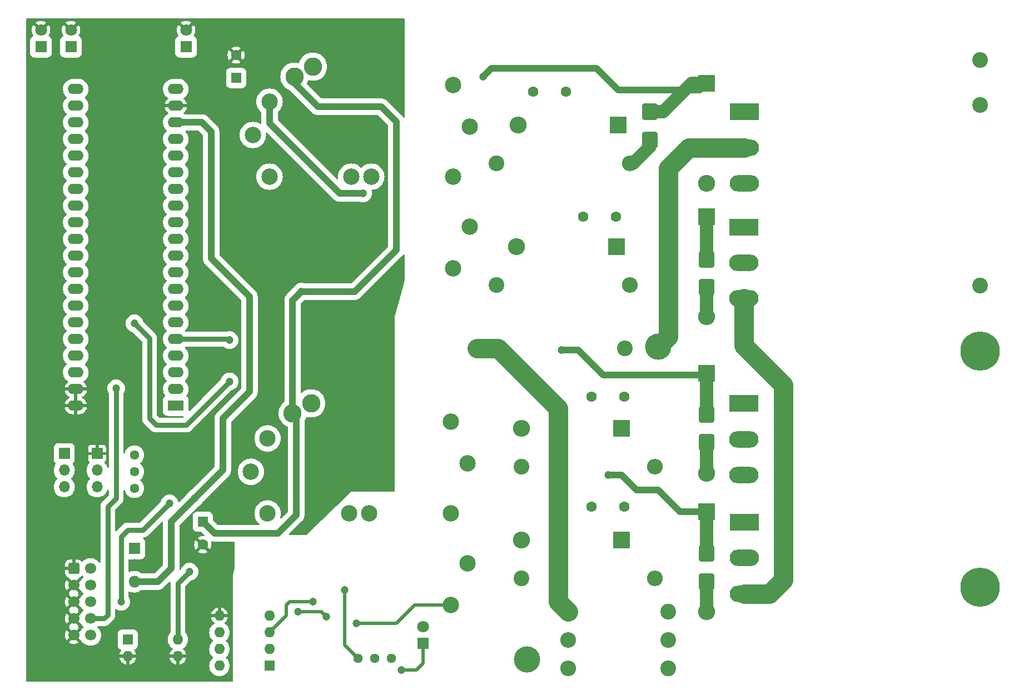
<source format=gtl>
G04 #@! TF.GenerationSoftware,KiCad,Pcbnew,7.0.2*
G04 #@! TF.CreationDate,2023-10-09T18:02:17+02:00*
G04 #@! TF.ProjectId,Module_1,4d6f6475-6c65-45f3-912e-6b696361645f,rev?*
G04 #@! TF.SameCoordinates,Original*
G04 #@! TF.FileFunction,Copper,L1,Top*
G04 #@! TF.FilePolarity,Positive*
%FSLAX46Y46*%
G04 Gerber Fmt 4.6, Leading zero omitted, Abs format (unit mm)*
G04 Created by KiCad (PCBNEW 7.0.2) date 2023-10-09 18:02:17*
%MOMM*%
%LPD*%
G01*
G04 APERTURE LIST*
G04 Aperture macros list*
%AMRoundRect*
0 Rectangle with rounded corners*
0 $1 Rounding radius*
0 $2 $3 $4 $5 $6 $7 $8 $9 X,Y pos of 4 corners*
0 Add a 4 corners polygon primitive as box body*
4,1,4,$2,$3,$4,$5,$6,$7,$8,$9,$2,$3,0*
0 Add four circle primitives for the rounded corners*
1,1,$1+$1,$2,$3*
1,1,$1+$1,$4,$5*
1,1,$1+$1,$6,$7*
1,1,$1+$1,$8,$9*
0 Add four rect primitives between the rounded corners*
20,1,$1+$1,$2,$3,$4,$5,0*
20,1,$1+$1,$4,$5,$6,$7,0*
20,1,$1+$1,$6,$7,$8,$9,0*
20,1,$1+$1,$8,$9,$2,$3,0*%
G04 Aperture macros list end*
G04 #@! TA.AperFunction,ComponentPad*
%ADD10C,2.400000*%
G04 #@! TD*
G04 #@! TA.AperFunction,ComponentPad*
%ADD11O,2.400000X2.400000*%
G04 #@! TD*
G04 #@! TA.AperFunction,ComponentPad*
%ADD12R,2.600000X2.600000*%
G04 #@! TD*
G04 #@! TA.AperFunction,ComponentPad*
%ADD13O,2.600000X2.600000*%
G04 #@! TD*
G04 #@! TA.AperFunction,SMDPad,CuDef*
%ADD14RoundRect,0.250000X-0.900000X1.000000X-0.900000X-1.000000X0.900000X-1.000000X0.900000X1.000000X0*%
G04 #@! TD*
G04 #@! TA.AperFunction,ComponentPad*
%ADD15R,1.600000X1.600000*%
G04 #@! TD*
G04 #@! TA.AperFunction,ComponentPad*
%ADD16C,1.600000*%
G04 #@! TD*
G04 #@! TA.AperFunction,ComponentPad*
%ADD17RoundRect,0.250000X-0.600000X-0.600000X0.600000X-0.600000X0.600000X0.600000X-0.600000X0.600000X0*%
G04 #@! TD*
G04 #@! TA.AperFunction,ComponentPad*
%ADD18C,1.700000*%
G04 #@! TD*
G04 #@! TA.AperFunction,ComponentPad*
%ADD19R,1.800000X1.800000*%
G04 #@! TD*
G04 #@! TA.AperFunction,ComponentPad*
%ADD20C,1.800000*%
G04 #@! TD*
G04 #@! TA.AperFunction,ComponentPad*
%ADD21C,4.000000*%
G04 #@! TD*
G04 #@! TA.AperFunction,ComponentPad*
%ADD22R,1.700000X1.700000*%
G04 #@! TD*
G04 #@! TA.AperFunction,ComponentPad*
%ADD23O,1.700000X1.700000*%
G04 #@! TD*
G04 #@! TA.AperFunction,ComponentPad*
%ADD24C,2.800000*%
G04 #@! TD*
G04 #@! TA.AperFunction,ComponentPad*
%ADD25O,1.600000X1.600000*%
G04 #@! TD*
G04 #@! TA.AperFunction,ComponentPad*
%ADD26C,1.440000*%
G04 #@! TD*
G04 #@! TA.AperFunction,ComponentPad*
%ADD27O,1.800000X1.800000*%
G04 #@! TD*
G04 #@! TA.AperFunction,ComponentPad*
%ADD28C,6.000000*%
G04 #@! TD*
G04 #@! TA.AperFunction,ComponentPad*
%ADD29R,2.400000X1.600000*%
G04 #@! TD*
G04 #@! TA.AperFunction,ComponentPad*
%ADD30O,2.400000X1.600000*%
G04 #@! TD*
G04 #@! TA.AperFunction,ComponentPad*
%ADD31C,2.500000*%
G04 #@! TD*
G04 #@! TA.AperFunction,ComponentPad*
%ADD32R,4.500000X2.500000*%
G04 #@! TD*
G04 #@! TA.AperFunction,ComponentPad*
%ADD33O,4.500000X2.500000*%
G04 #@! TD*
G04 #@! TA.AperFunction,ViaPad*
%ADD34C,1.200000*%
G04 #@! TD*
G04 #@! TA.AperFunction,Conductor*
%ADD35C,1.000000*%
G04 #@! TD*
G04 #@! TA.AperFunction,Conductor*
%ADD36C,0.750000*%
G04 #@! TD*
G04 #@! TA.AperFunction,Conductor*
%ADD37C,0.500000*%
G04 #@! TD*
G04 #@! TA.AperFunction,Conductor*
%ADD38C,3.000000*%
G04 #@! TD*
G04 #@! TA.AperFunction,Conductor*
%ADD39C,2.000000*%
G04 #@! TD*
G04 APERTURE END LIST*
D10*
X158496000Y-134366000D03*
D11*
X143256000Y-134366000D03*
D12*
X164338000Y-89408000D03*
D13*
X164338000Y-104648000D03*
D10*
X206000000Y-48500000D03*
X206000000Y-76000000D03*
D14*
X164338000Y-72018000D03*
X164338000Y-76318000D03*
D15*
X87630000Y-112012349D03*
D16*
X87630000Y-115512349D03*
D17*
X67985000Y-119160000D03*
D18*
X70525000Y-119160000D03*
X67985000Y-121700000D03*
X70525000Y-121700000D03*
X67985000Y-124240000D03*
X70525000Y-124240000D03*
X67985000Y-126780000D03*
X70525000Y-126780000D03*
X67985000Y-129320000D03*
X70525000Y-129320000D03*
D12*
X164338000Y-45212000D03*
D13*
X164338000Y-60452000D03*
D19*
X85090000Y-39629000D03*
D20*
X85090000Y-37089000D03*
D10*
X158496000Y-130048000D03*
D11*
X143256000Y-130048000D03*
D21*
X137000000Y-133000000D03*
D22*
X66525000Y-101635000D03*
D23*
X66525000Y-104175000D03*
X66525000Y-106715000D03*
D16*
X151852000Y-92964000D03*
X146852000Y-92964000D03*
D10*
X132334000Y-75946000D03*
D11*
X152654000Y-75946000D03*
D24*
X104394000Y-42672000D03*
X104140000Y-93980000D03*
D12*
X164338000Y-110490000D03*
D13*
X164338000Y-125730000D03*
D12*
X164338000Y-65532000D03*
D13*
X164338000Y-80772000D03*
D15*
X97780000Y-133975000D03*
D25*
X97780000Y-131435000D03*
X97780000Y-128895000D03*
X97780000Y-126355000D03*
X90160000Y-126355000D03*
X90160000Y-128895000D03*
X90160000Y-131435000D03*
X90160000Y-133975000D03*
D10*
X136144000Y-120650000D03*
D11*
X156464000Y-120650000D03*
D26*
X77216000Y-101844000D03*
X77216000Y-104384000D03*
X77216000Y-106924000D03*
D10*
X205994000Y-41656000D03*
D15*
X92710000Y-44394000D03*
D16*
X92710000Y-40894000D03*
D12*
X151384000Y-114808000D03*
D13*
X136144000Y-114808000D03*
D22*
X71525000Y-101635000D03*
D23*
X71525000Y-104175000D03*
X71525000Y-106715000D03*
D19*
X121158000Y-130561000D03*
D20*
X121158000Y-128021000D03*
D10*
X158496000Y-125730000D03*
D11*
X143256000Y-125730000D03*
D19*
X67564000Y-39629000D03*
D20*
X67564000Y-37089000D03*
D19*
X77216000Y-116078000D03*
D27*
X77216000Y-118618000D03*
X77216000Y-121158000D03*
D14*
X164338000Y-116858000D03*
X164338000Y-121158000D03*
D16*
X142962000Y-46482000D03*
X137962000Y-46482000D03*
D28*
X206000000Y-122000000D03*
X206000000Y-86000000D03*
D19*
X62992000Y-39629000D03*
D20*
X62992000Y-37089000D03*
D10*
X132334000Y-57404000D03*
D11*
X152654000Y-57404000D03*
D12*
X150622000Y-70104000D03*
D13*
X135382000Y-70104000D03*
D10*
X151892000Y-85598000D03*
X129392000Y-85598000D03*
D29*
X83525000Y-94340000D03*
D30*
X83525000Y-91800000D03*
X83525000Y-89260000D03*
X83525000Y-86720000D03*
X83525000Y-84180000D03*
X83525000Y-81640000D03*
X83525000Y-79100000D03*
X83525000Y-76560000D03*
X83525000Y-74020000D03*
X83525000Y-71480000D03*
X83525000Y-68940000D03*
X83525000Y-66400000D03*
X83525000Y-63860000D03*
X83525000Y-61320000D03*
X83525000Y-58780000D03*
X83525000Y-56240000D03*
X83525000Y-53700000D03*
X83525000Y-51160000D03*
X83525000Y-48620000D03*
X83525000Y-46080000D03*
X68285000Y-46080000D03*
X68285000Y-48620000D03*
X68285000Y-51160000D03*
X68285000Y-53700000D03*
X68285000Y-56240000D03*
X68285000Y-58780000D03*
X68285000Y-61320000D03*
X68285000Y-63860000D03*
X68285000Y-66400000D03*
X68285000Y-68940000D03*
X68285000Y-71480000D03*
X68285000Y-74020000D03*
X68285000Y-76560000D03*
X68285000Y-79100000D03*
X68285000Y-81640000D03*
X68285000Y-84180000D03*
X68285000Y-86720000D03*
X68285000Y-89260000D03*
X68285000Y-91800000D03*
X68285000Y-94340000D03*
D16*
X150582000Y-65532000D03*
X145582000Y-65532000D03*
D15*
X76210000Y-129965000D03*
D25*
X76210000Y-132505000D03*
X83830000Y-132505000D03*
X83830000Y-129965000D03*
D14*
X164338000Y-95640000D03*
X164338000Y-99940000D03*
D12*
X151384000Y-97790000D03*
D13*
X136144000Y-97790000D03*
D12*
X150876000Y-51562000D03*
D13*
X135636000Y-51562000D03*
D14*
X155702000Y-49548000D03*
X155702000Y-53848000D03*
D10*
X136144000Y-103632000D03*
D11*
X156464000Y-103632000D03*
D31*
X97490000Y-99316000D03*
D24*
X101300000Y-95506000D03*
D31*
X94950000Y-104396000D03*
X125430000Y-96776000D03*
X127970000Y-103126000D03*
X127970000Y-118366000D03*
X125430000Y-124716000D03*
X112984000Y-110746000D03*
X109936000Y-110746000D03*
X97490000Y-110746000D03*
X125430000Y-110746000D03*
D16*
X151852000Y-109728000D03*
X146852000Y-109728000D03*
D31*
X97790000Y-48006000D03*
D24*
X101600000Y-44196000D03*
D31*
X95250000Y-53086000D03*
X125730000Y-45466000D03*
X128270000Y-51816000D03*
X128270000Y-67056000D03*
X125730000Y-73406000D03*
X113284000Y-59436000D03*
X110236000Y-59436000D03*
X97790000Y-59436000D03*
X125730000Y-59436000D03*
D21*
X156972000Y-85344000D03*
D26*
X111252000Y-132842000D03*
X113792000Y-132842000D03*
X116332000Y-132842000D03*
D32*
X170110000Y-49550000D03*
D33*
X170110000Y-55000000D03*
X170110000Y-60450000D03*
D32*
X170000000Y-94000000D03*
D33*
X170000000Y-99450000D03*
X170000000Y-104900000D03*
D32*
X170000000Y-67100000D03*
D33*
X170000000Y-72550000D03*
X170000000Y-78000000D03*
D32*
X170110000Y-112100000D03*
D33*
X170110000Y-117550000D03*
X170110000Y-123000000D03*
D34*
X91814468Y-78069680D03*
X90170000Y-123190000D03*
X81280000Y-36830000D03*
X86360000Y-53340000D03*
X96520000Y-66040000D03*
X87630000Y-46990000D03*
X96520000Y-72390000D03*
X69850000Y-43180000D03*
X69525488Y-134059043D03*
X80355827Y-134310911D03*
X99060000Y-40640000D03*
X79938666Y-102680116D03*
X115570000Y-44450000D03*
X107188000Y-45974000D03*
X97896622Y-77939082D03*
X86360000Y-55880000D03*
X63500000Y-86360000D03*
X71643144Y-94275377D03*
X63500000Y-111760000D03*
X106444539Y-103471713D03*
X63500000Y-59690000D03*
X62230000Y-127000000D03*
X87630000Y-44450000D03*
X111760000Y-99060000D03*
X62230000Y-132080000D03*
X92710000Y-62230000D03*
X81280000Y-127000000D03*
X96520000Y-44450000D03*
X71660264Y-91673283D03*
X100330000Y-62230000D03*
X109982000Y-39624000D03*
X63500000Y-74930000D03*
X104140000Y-62230000D03*
X91440000Y-53340000D03*
X91758497Y-81651808D03*
X77470000Y-74930000D03*
X106934000Y-96266000D03*
X77470000Y-78740000D03*
X76200000Y-127000000D03*
X90170000Y-41910000D03*
X108458000Y-89154000D03*
X98027220Y-81595837D03*
X98115166Y-87861861D03*
X91440000Y-50800000D03*
X106680000Y-80010000D03*
X90170000Y-44450000D03*
X96645934Y-95333956D03*
X115570000Y-40640000D03*
X111760000Y-80010000D03*
X93980000Y-49530000D03*
X63500000Y-106680000D03*
X92710000Y-66040000D03*
X68268765Y-97936595D03*
X79854710Y-107549571D03*
X99745701Y-101677035D03*
X63500000Y-64770000D03*
X76200000Y-36830000D03*
X63500000Y-81280000D03*
X62230000Y-121920000D03*
X107950000Y-72390000D03*
X63500000Y-69850000D03*
X71668988Y-97726705D03*
X77470000Y-71120000D03*
X66040000Y-43180000D03*
X109728000Y-93980000D03*
X95660452Y-38623723D03*
X96520000Y-62230000D03*
X103886000Y-39624000D03*
X62230000Y-116840000D03*
X63500000Y-91440000D03*
X86360000Y-108458000D03*
X91699595Y-90635586D03*
X77216000Y-81788000D03*
X102616000Y-76962000D03*
X85598000Y-119634000D03*
X117856000Y-134620000D03*
X106426000Y-126492000D03*
X102108000Y-125730000D03*
X112014000Y-61976000D03*
X91694000Y-84328000D03*
X142240000Y-85852000D03*
X149352000Y-104902000D03*
X130302000Y-44196000D03*
X110998000Y-127508000D03*
X82550000Y-109220000D03*
X75184000Y-124206000D03*
X74422000Y-91694000D03*
X109220000Y-122428000D03*
X104394000Y-124172500D03*
D35*
X90678000Y-104140000D02*
X90678000Y-96266000D01*
X94742000Y-77724000D02*
X88900000Y-71882000D01*
X82804000Y-119126000D02*
X82804000Y-112014000D01*
X88900000Y-71882000D02*
X88900000Y-52578000D01*
X80772000Y-121158000D02*
X82804000Y-119126000D01*
X88900000Y-52578000D02*
X87482000Y-51160000D01*
X86360000Y-108458000D02*
X90678000Y-104140000D01*
X94742000Y-92202000D02*
X94742000Y-77724000D01*
X82804000Y-112014000D02*
X86360000Y-108458000D01*
X77216000Y-121158000D02*
X80772000Y-121158000D01*
X87482000Y-51160000D02*
X83525000Y-51160000D01*
X90678000Y-96266000D02*
X94742000Y-92202000D01*
X114808000Y-48768000D02*
X105156000Y-48768000D01*
X110744000Y-76962000D02*
X117094000Y-70612000D01*
X101300000Y-95506000D02*
X101300000Y-78278000D01*
X89409651Y-113792000D02*
X99060000Y-113792000D01*
X102616000Y-76962000D02*
X110744000Y-76962000D01*
X101300000Y-78278000D02*
X102616000Y-76962000D01*
X101854000Y-110998000D02*
X101854000Y-96060000D01*
X117094000Y-70612000D02*
X117094000Y-51054000D01*
X101854000Y-96060000D02*
X101300000Y-95506000D01*
D36*
X88392000Y-93980000D02*
X88392000Y-93943181D01*
X79502000Y-84074000D02*
X79502000Y-96266000D01*
D35*
X87630000Y-112012349D02*
X89409651Y-113792000D01*
D36*
X79502000Y-96266000D02*
X80518000Y-97282000D01*
X85090000Y-97282000D02*
X88392000Y-93980000D01*
D35*
X117094000Y-51054000D02*
X114808000Y-48768000D01*
X101600000Y-45212000D02*
X101600000Y-44196000D01*
D36*
X80518000Y-97282000D02*
X85090000Y-97282000D01*
D35*
X105156000Y-48768000D02*
X101600000Y-45212000D01*
X99060000Y-113792000D02*
X101854000Y-110998000D01*
D36*
X77216000Y-81788000D02*
X79502000Y-84074000D01*
X88392000Y-93943181D02*
X91699595Y-90635586D01*
X83830000Y-129965000D02*
X83830000Y-121402000D01*
X83830000Y-121402000D02*
X85598000Y-119634000D01*
D37*
X121158000Y-133604000D02*
X121158000Y-130561000D01*
X117856000Y-134620000D02*
X120142000Y-134620000D01*
X120142000Y-134620000D02*
X121158000Y-133604000D01*
D38*
X143256000Y-125730000D02*
X141732000Y-124206000D01*
X132588000Y-85598000D02*
X129392000Y-85598000D01*
X141732000Y-124206000D02*
X141732000Y-94742000D01*
X141732000Y-94742000D02*
X132588000Y-85598000D01*
D37*
X102108000Y-125730000D02*
X105664000Y-125730000D01*
X105664000Y-125730000D02*
X106426000Y-126492000D01*
D35*
X97790000Y-48006000D02*
X97790000Y-51308000D01*
X108458000Y-61976000D02*
X112014000Y-61976000D01*
X97790000Y-51308000D02*
X107950000Y-61468000D01*
X107950000Y-61468000D02*
X108458000Y-61976000D01*
D38*
X161662000Y-55000000D02*
X170110000Y-55000000D01*
X156972000Y-85344000D02*
X158496000Y-83820000D01*
X158496000Y-58166000D02*
X161662000Y-55000000D01*
X158496000Y-83820000D02*
X158496000Y-58166000D01*
D39*
X153162000Y-57404000D02*
X155702000Y-54864000D01*
X155702000Y-54864000D02*
X155702000Y-53848000D01*
X152654000Y-57404000D02*
X153162000Y-57404000D01*
X164338000Y-99940000D02*
X164338000Y-104648000D01*
D36*
X91694000Y-84328000D02*
X91546000Y-84180000D01*
X91546000Y-84180000D02*
X83525000Y-84180000D01*
D35*
X142240000Y-85852000D02*
X144780000Y-85852000D01*
X164084000Y-89662000D02*
X164338000Y-89408000D01*
X144780000Y-85852000D02*
X148590000Y-89662000D01*
X148590000Y-89662000D02*
X164084000Y-89662000D01*
D39*
X164338000Y-95640000D02*
X164338000Y-89408000D01*
D35*
X156972000Y-107188000D02*
X160274000Y-110490000D01*
X149352000Y-104902000D02*
X151384000Y-104902000D01*
X160274000Y-110490000D02*
X164338000Y-110490000D01*
X153670000Y-107188000D02*
X156972000Y-107188000D01*
D39*
X164338000Y-116858000D02*
X164338000Y-110490000D01*
D35*
X151384000Y-104902000D02*
X153670000Y-107188000D01*
X150876000Y-46228000D02*
X163322000Y-46228000D01*
D39*
X157716000Y-49548000D02*
X162052000Y-45212000D01*
D35*
X131572000Y-42926000D02*
X147574000Y-42926000D01*
X147574000Y-42926000D02*
X150876000Y-46228000D01*
X130302000Y-44196000D02*
X131572000Y-42926000D01*
D39*
X162052000Y-45212000D02*
X164338000Y-45212000D01*
X155702000Y-49548000D02*
X157716000Y-49548000D01*
D35*
X163322000Y-46228000D02*
X164338000Y-45212000D01*
D39*
X164338000Y-72018000D02*
X164338000Y-65532000D01*
D38*
X170110000Y-123000000D02*
X173926000Y-123000000D01*
D39*
X164338000Y-121158000D02*
X164338000Y-125730000D01*
D37*
X117094000Y-127508000D02*
X119886000Y-124716000D01*
X110998000Y-127508000D02*
X117094000Y-127508000D01*
D38*
X173926000Y-123000000D02*
X176022000Y-120904000D01*
X170000000Y-85164000D02*
X170000000Y-78000000D01*
X176022000Y-91186000D02*
X170000000Y-85164000D01*
D39*
X164338000Y-76318000D02*
X164338000Y-80772000D01*
D37*
X119886000Y-124716000D02*
X125430000Y-124716000D01*
D38*
X176022000Y-120904000D02*
X176022000Y-91186000D01*
D36*
X75184000Y-124206000D02*
X75184000Y-114300000D01*
X75184000Y-114300000D02*
X76200000Y-113284000D01*
X76200000Y-113284000D02*
X78486000Y-113284000D01*
X78486000Y-113284000D02*
X82550000Y-109220000D01*
X74422000Y-108458000D02*
X74422000Y-91694000D01*
X70525000Y-126780000D02*
X72610000Y-126780000D01*
X73152000Y-126238000D02*
X73152000Y-109728000D01*
X72610000Y-126780000D02*
X73152000Y-126238000D01*
X73152000Y-109728000D02*
X74422000Y-108458000D01*
D37*
X109254000Y-130844000D02*
X109254000Y-122462000D01*
X111252000Y-132842000D02*
X109254000Y-130844000D01*
X109254000Y-122462000D02*
X109220000Y-122428000D01*
X100330000Y-126345000D02*
X97780000Y-128895000D01*
X100871500Y-124172500D02*
X100330000Y-124714000D01*
X100330000Y-124714000D02*
X100330000Y-126345000D01*
X104394000Y-124172500D02*
X100871500Y-124172500D01*
G04 #@! TA.AperFunction,Conductor*
G36*
X68535000Y-94024314D02*
G01*
X68523045Y-94012359D01*
X68410148Y-93954835D01*
X68316481Y-93940000D01*
X68253519Y-93940000D01*
X68159852Y-93954835D01*
X68046955Y-94012359D01*
X68035000Y-94024314D01*
X68035000Y-92115686D01*
X68046955Y-92127641D01*
X68159852Y-92185165D01*
X68253519Y-92200000D01*
X68316481Y-92200000D01*
X68410148Y-92185165D01*
X68523045Y-92127641D01*
X68535000Y-92115685D01*
X68535000Y-94024314D01*
G37*
G04 #@! TD.AperFunction*
G04 #@! TA.AperFunction,Conductor*
G36*
X69127082Y-127568530D02*
G01*
X69145128Y-127591421D01*
X69161836Y-127618685D01*
X69226164Y-127723659D01*
X69389776Y-127915224D01*
X69437179Y-127955710D01*
X69475372Y-128014215D01*
X69475871Y-128084083D01*
X69438517Y-128143130D01*
X69437179Y-128144289D01*
X69389772Y-128184778D01*
X69226165Y-128376338D01*
X69145129Y-128508576D01*
X69127083Y-128531467D01*
X68468076Y-129190475D01*
X68444493Y-129110156D01*
X68366761Y-128989202D01*
X68258100Y-128895048D01*
X68127315Y-128835320D01*
X68117533Y-128833913D01*
X68746373Y-128205073D01*
X68746373Y-128205072D01*
X68669969Y-128151574D01*
X68626344Y-128096997D01*
X68619150Y-128027499D01*
X68650673Y-127965144D01*
X68669969Y-127948424D01*
X68746373Y-127894925D01*
X68117533Y-127266086D01*
X68127315Y-127264680D01*
X68258100Y-127204952D01*
X68366761Y-127110798D01*
X68444493Y-126989844D01*
X68468076Y-126909524D01*
X69127082Y-127568530D01*
G37*
G04 #@! TD.AperFunction*
G04 #@! TA.AperFunction,Conductor*
G36*
X69127082Y-125028530D02*
G01*
X69145128Y-125051421D01*
X69226164Y-125183659D01*
X69389776Y-125375224D01*
X69437177Y-125415708D01*
X69437179Y-125415710D01*
X69475372Y-125474217D01*
X69475870Y-125544085D01*
X69438516Y-125603131D01*
X69437186Y-125604283D01*
X69428648Y-125611576D01*
X69389776Y-125644776D01*
X69226162Y-125836342D01*
X69145129Y-125968576D01*
X69127083Y-125991467D01*
X68468076Y-126650475D01*
X68444493Y-126570156D01*
X68366761Y-126449202D01*
X68258100Y-126355048D01*
X68127315Y-126295320D01*
X68117533Y-126293913D01*
X68746373Y-125665073D01*
X68746373Y-125665072D01*
X68669969Y-125611574D01*
X68626344Y-125556997D01*
X68619150Y-125487499D01*
X68650673Y-125425144D01*
X68669969Y-125408424D01*
X68746373Y-125354925D01*
X68117533Y-124726086D01*
X68127315Y-124724680D01*
X68258100Y-124664952D01*
X68366761Y-124570798D01*
X68444493Y-124449844D01*
X68468076Y-124369524D01*
X69127082Y-125028530D01*
G37*
G04 #@! TD.AperFunction*
G04 #@! TA.AperFunction,Conductor*
G36*
X69127082Y-122488530D02*
G01*
X69145128Y-122511421D01*
X69226164Y-122643659D01*
X69389776Y-122835224D01*
X69437175Y-122875707D01*
X69437179Y-122875710D01*
X69475372Y-122934217D01*
X69475870Y-123004085D01*
X69438516Y-123063131D01*
X69437186Y-123064283D01*
X69428648Y-123071576D01*
X69389776Y-123104776D01*
X69226162Y-123296342D01*
X69145129Y-123428576D01*
X69127083Y-123451467D01*
X68468076Y-124110475D01*
X68444493Y-124030156D01*
X68366761Y-123909202D01*
X68258100Y-123815048D01*
X68127315Y-123755320D01*
X68117531Y-123753913D01*
X68746373Y-123125073D01*
X68746373Y-123125072D01*
X68669969Y-123071574D01*
X68626344Y-123016997D01*
X68619150Y-122947499D01*
X68650673Y-122885144D01*
X68669969Y-122868424D01*
X68746373Y-122814925D01*
X68117533Y-122186086D01*
X68127315Y-122184680D01*
X68258100Y-122124952D01*
X68366761Y-122030798D01*
X68444493Y-121909844D01*
X68468076Y-121829524D01*
X69127082Y-122488530D01*
G37*
G04 #@! TD.AperFunction*
G04 #@! TA.AperFunction,Conductor*
G36*
X69297259Y-120210914D02*
G01*
X69348215Y-120246563D01*
X69389775Y-120295223D01*
X69437179Y-120335710D01*
X69475372Y-120394217D01*
X69475870Y-120464085D01*
X69438516Y-120523131D01*
X69437179Y-120524290D01*
X69389776Y-120564776D01*
X69226162Y-120756342D01*
X69145129Y-120888576D01*
X69127083Y-120911467D01*
X68468076Y-121570475D01*
X68444493Y-121490156D01*
X68366761Y-121369202D01*
X68258100Y-121275048D01*
X68127315Y-121215320D01*
X68117533Y-121213913D01*
X68750605Y-120580841D01*
X68761166Y-120528295D01*
X68809781Y-120478112D01*
X68831923Y-120468282D01*
X68904122Y-120444357D01*
X69053342Y-120352318D01*
X69166244Y-120239415D01*
X69227567Y-120205930D01*
X69297259Y-120210914D01*
G37*
G04 #@! TD.AperFunction*
G04 #@! TA.AperFunction,Conductor*
G36*
X81472834Y-111991377D02*
G01*
X81528767Y-112033249D01*
X81553184Y-112098713D01*
X81553500Y-112107559D01*
X81553500Y-118556663D01*
X81533815Y-118623702D01*
X81517181Y-118644344D01*
X80290345Y-119871181D01*
X80229022Y-119904666D01*
X80202664Y-119907500D01*
X78338988Y-119907500D01*
X78271949Y-119887815D01*
X78258456Y-119877790D01*
X78189143Y-119818590D01*
X78169951Y-119806829D01*
X77967628Y-119682846D01*
X77849704Y-119634000D01*
X77727610Y-119583426D01*
X77474995Y-119522779D01*
X77345497Y-119512587D01*
X77216000Y-119502396D01*
X77215999Y-119502396D01*
X76957004Y-119522779D01*
X76704389Y-119583426D01*
X76480953Y-119675978D01*
X76411484Y-119683447D01*
X76349004Y-119652172D01*
X76313352Y-119592083D01*
X76309500Y-119561417D01*
X76309500Y-117852499D01*
X76329185Y-117785460D01*
X76381989Y-117739705D01*
X76433500Y-117728499D01*
X78162859Y-117728499D01*
X78166008Y-117728499D01*
X78268797Y-117717999D01*
X78435334Y-117662814D01*
X78584656Y-117570712D01*
X78708712Y-117446656D01*
X78800814Y-117297334D01*
X78855999Y-117130797D01*
X78866500Y-117028009D01*
X78866499Y-115127992D01*
X78855999Y-115025203D01*
X78800814Y-114858666D01*
X78708712Y-114709344D01*
X78708711Y-114709342D01*
X78606367Y-114606998D01*
X78572882Y-114545675D01*
X78577866Y-114475983D01*
X78619738Y-114420050D01*
X78682260Y-114395878D01*
X78699971Y-114394188D01*
X78760282Y-114376478D01*
X78768852Y-114374292D01*
X78830254Y-114360935D01*
X78830254Y-114360934D01*
X78830258Y-114360934D01*
X78860639Y-114347923D01*
X78874493Y-114342943D01*
X78906209Y-114333631D01*
X78962075Y-114304829D01*
X78970082Y-114301057D01*
X79027849Y-114276321D01*
X79055221Y-114257794D01*
X79067881Y-114250282D01*
X79097259Y-114235138D01*
X79146681Y-114196270D01*
X79153800Y-114191074D01*
X79205855Y-114155843D01*
X79229217Y-114132479D01*
X79240238Y-114122696D01*
X79266217Y-114102268D01*
X79307377Y-114054765D01*
X79313396Y-114048300D01*
X81341818Y-112019878D01*
X81403142Y-111986393D01*
X81472834Y-111991377D01*
G37*
G04 #@! TD.AperFunction*
G04 #@! TA.AperFunction,Conductor*
G36*
X118307039Y-35325685D02*
G01*
X118352794Y-35378489D01*
X118364000Y-35430000D01*
X118364000Y-50292894D01*
X118344315Y-50359933D01*
X118291511Y-50405688D01*
X118222353Y-50415632D01*
X118158797Y-50386607D01*
X118139683Y-50365780D01*
X118114741Y-50331451D01*
X118113162Y-50329228D01*
X118057820Y-50249346D01*
X118054734Y-50246260D01*
X118042091Y-50231458D01*
X118039522Y-50227922D01*
X117969299Y-50160782D01*
X117967310Y-50158836D01*
X115746816Y-47938342D01*
X115737550Y-47927974D01*
X115715506Y-47900332D01*
X115665603Y-47856732D01*
X115659507Y-47851033D01*
X115654506Y-47846032D01*
X115652529Y-47844055D01*
X115650394Y-47842272D01*
X115650377Y-47842257D01*
X115621255Y-47817945D01*
X115619139Y-47816138D01*
X115545997Y-47752236D01*
X115545996Y-47752235D01*
X115542236Y-47749988D01*
X115526370Y-47738730D01*
X115523018Y-47735931D01*
X115438548Y-47688001D01*
X115436145Y-47686601D01*
X115352765Y-47636785D01*
X115348671Y-47635249D01*
X115331046Y-47627003D01*
X115327245Y-47624847D01*
X115327244Y-47624846D01*
X115327243Y-47624846D01*
X115235568Y-47592767D01*
X115232954Y-47591819D01*
X115142028Y-47557694D01*
X115142025Y-47557693D01*
X115142024Y-47557693D01*
X115137721Y-47556911D01*
X115118917Y-47551948D01*
X115114782Y-47550501D01*
X115018847Y-47535306D01*
X115016106Y-47534840D01*
X114920550Y-47517500D01*
X114920547Y-47517500D01*
X114916170Y-47517500D01*
X114896773Y-47515973D01*
X114892460Y-47515290D01*
X114795358Y-47517469D01*
X114792578Y-47517500D01*
X105725336Y-47517500D01*
X105658297Y-47497815D01*
X105637655Y-47481181D01*
X103516372Y-45359898D01*
X103482887Y-45298575D01*
X103487871Y-45228883D01*
X103493956Y-45215168D01*
X103503707Y-45196350D01*
X103577072Y-45054764D01*
X103660576Y-44819804D01*
X103701571Y-44763232D01*
X103766649Y-44737801D01*
X103810865Y-44741930D01*
X103955445Y-44782440D01*
X104246902Y-44822500D01*
X104251139Y-44822500D01*
X104536861Y-44822500D01*
X104541098Y-44822500D01*
X104832555Y-44782440D01*
X105115841Y-44703067D01*
X105385682Y-44585859D01*
X105637049Y-44432999D01*
X105865260Y-44247335D01*
X106066065Y-44032326D01*
X106235722Y-43791976D01*
X106371072Y-43530764D01*
X106469592Y-43253554D01*
X106529448Y-42965511D01*
X106549525Y-42672000D01*
X106529448Y-42378489D01*
X106469592Y-42090446D01*
X106371072Y-41813236D01*
X106235722Y-41552024D01*
X106066065Y-41311674D01*
X105888652Y-41121712D01*
X105868147Y-41099756D01*
X105868145Y-41099754D01*
X105865260Y-41096665D01*
X105637049Y-40911001D01*
X105529163Y-40845394D01*
X105389300Y-40760341D01*
X105389298Y-40760340D01*
X105385682Y-40758141D01*
X105381802Y-40756455D01*
X105381795Y-40756452D01*
X105119722Y-40642618D01*
X105119712Y-40642614D01*
X105115841Y-40640933D01*
X105111769Y-40639792D01*
X104836634Y-40562702D01*
X104836621Y-40562699D01*
X104832555Y-40561560D01*
X104828368Y-40560984D01*
X104828356Y-40560982D01*
X104545295Y-40522076D01*
X104545282Y-40522075D01*
X104541098Y-40521500D01*
X104246902Y-40521500D01*
X104242718Y-40522075D01*
X104242704Y-40522076D01*
X103959643Y-40560982D01*
X103959628Y-40560984D01*
X103955445Y-40561560D01*
X103951381Y-40562698D01*
X103951365Y-40562702D01*
X103676230Y-40639792D01*
X103676225Y-40639793D01*
X103672159Y-40640933D01*
X103668291Y-40642612D01*
X103668277Y-40642618D01*
X103406204Y-40756452D01*
X103406191Y-40756458D01*
X103402318Y-40758141D01*
X103398707Y-40760336D01*
X103398699Y-40760341D01*
X103154563Y-40908804D01*
X103154557Y-40908807D01*
X103150951Y-40911001D01*
X103147676Y-40913664D01*
X103147668Y-40913671D01*
X102926025Y-41093992D01*
X102926021Y-41093995D01*
X102922740Y-41096665D01*
X102919861Y-41099747D01*
X102919852Y-41099756D01*
X102724823Y-41308581D01*
X102724818Y-41308586D01*
X102721935Y-41311674D01*
X102719499Y-41315124D01*
X102719490Y-41315136D01*
X102554724Y-41548558D01*
X102554720Y-41548563D01*
X102552278Y-41552024D01*
X102550332Y-41555778D01*
X102550328Y-41555786D01*
X102418877Y-41809473D01*
X102418872Y-41809483D01*
X102416928Y-41813236D01*
X102415511Y-41817221D01*
X102415507Y-41817232D01*
X102333425Y-42048190D01*
X102292427Y-42104767D01*
X102227350Y-42130197D01*
X102183131Y-42126067D01*
X102042638Y-42086703D01*
X102042624Y-42086700D01*
X102038555Y-42085560D01*
X102034368Y-42084984D01*
X102034356Y-42084982D01*
X101751295Y-42046076D01*
X101751282Y-42046075D01*
X101747098Y-42045500D01*
X101452902Y-42045500D01*
X101448718Y-42046075D01*
X101448704Y-42046076D01*
X101165643Y-42084982D01*
X101165628Y-42084984D01*
X101161445Y-42085560D01*
X101157381Y-42086698D01*
X101157365Y-42086702D01*
X100882230Y-42163792D01*
X100882225Y-42163793D01*
X100878159Y-42164933D01*
X100874291Y-42166612D01*
X100874277Y-42166618D01*
X100612204Y-42280452D01*
X100612191Y-42280458D01*
X100608318Y-42282141D01*
X100604707Y-42284336D01*
X100604699Y-42284341D01*
X100360563Y-42432804D01*
X100360557Y-42432807D01*
X100356951Y-42435001D01*
X100353676Y-42437664D01*
X100353668Y-42437671D01*
X100132025Y-42617992D01*
X100132021Y-42617995D01*
X100128740Y-42620665D01*
X100125861Y-42623747D01*
X100125852Y-42623756D01*
X99930823Y-42832581D01*
X99930818Y-42832586D01*
X99927935Y-42835674D01*
X99925499Y-42839124D01*
X99925490Y-42839136D01*
X99760724Y-43072558D01*
X99760720Y-43072563D01*
X99758278Y-43076024D01*
X99756332Y-43079778D01*
X99756328Y-43079786D01*
X99624877Y-43333473D01*
X99624872Y-43333483D01*
X99622928Y-43337236D01*
X99621511Y-43341221D01*
X99621507Y-43341232D01*
X99525829Y-43610445D01*
X99525825Y-43610457D01*
X99524408Y-43614446D01*
X99523545Y-43618596D01*
X99523544Y-43618602D01*
X99465415Y-43898332D01*
X99465413Y-43898343D01*
X99464552Y-43902489D01*
X99464263Y-43906713D01*
X99464262Y-43906721D01*
X99455459Y-44035418D01*
X99444475Y-44196000D01*
X99444764Y-44200224D01*
X99460836Y-44435195D01*
X99464552Y-44489511D01*
X99465413Y-44493658D01*
X99465415Y-44493667D01*
X99508579Y-44701381D01*
X99524408Y-44777554D01*
X99525826Y-44781546D01*
X99525829Y-44781554D01*
X99604331Y-45002437D01*
X99622928Y-45054764D01*
X99624875Y-45058522D01*
X99624877Y-45058526D01*
X99644400Y-45096203D01*
X99758278Y-45315976D01*
X99760724Y-45319441D01*
X99925490Y-45552863D01*
X99925494Y-45552868D01*
X99927935Y-45556326D01*
X100128740Y-45771335D01*
X100356951Y-45956999D01*
X100608318Y-46109859D01*
X100612210Y-46111549D01*
X100612209Y-46111549D01*
X100800737Y-46193438D01*
X100839017Y-46219491D01*
X104217182Y-49597656D01*
X104226448Y-49608024D01*
X104248493Y-49635667D01*
X104298395Y-49679266D01*
X104304491Y-49684965D01*
X104311470Y-49691944D01*
X104313601Y-49693723D01*
X104313613Y-49693734D01*
X104342740Y-49718051D01*
X104344853Y-49719856D01*
X104400993Y-49768903D01*
X104418004Y-49783765D01*
X104421760Y-49786009D01*
X104437624Y-49797266D01*
X104440978Y-49800066D01*
X104440979Y-49800067D01*
X104440981Y-49800068D01*
X104482122Y-49823412D01*
X104525450Y-49847997D01*
X104527854Y-49849397D01*
X104611236Y-49899215D01*
X104611239Y-49899216D01*
X104615323Y-49900749D01*
X104632953Y-49908996D01*
X104636753Y-49911152D01*
X104636755Y-49911153D01*
X104728468Y-49943245D01*
X104730998Y-49944162D01*
X104821976Y-49978307D01*
X104825972Y-49979032D01*
X104826269Y-49979086D01*
X104845088Y-49984053D01*
X104849217Y-49985498D01*
X104945251Y-50000707D01*
X104947847Y-50001149D01*
X105011369Y-50012677D01*
X105043452Y-50018500D01*
X105043453Y-50018500D01*
X105047830Y-50018500D01*
X105067226Y-50020026D01*
X105071540Y-50020710D01*
X105166299Y-50018583D01*
X105168622Y-50018531D01*
X105171404Y-50018500D01*
X114238664Y-50018500D01*
X114305703Y-50038185D01*
X114326345Y-50054819D01*
X115807181Y-51535654D01*
X115840666Y-51596977D01*
X115843500Y-51623335D01*
X115843499Y-70042664D01*
X115823814Y-70109703D01*
X115807180Y-70130345D01*
X110262345Y-75675181D01*
X110201022Y-75708666D01*
X110174664Y-75711500D01*
X103157341Y-75711500D01*
X103104937Y-75699882D01*
X103079665Y-75688097D01*
X102851407Y-75626936D01*
X102616000Y-75606340D01*
X102380592Y-75626936D01*
X102152336Y-75688097D01*
X101938170Y-75787965D01*
X101744598Y-75923505D01*
X101577505Y-76090598D01*
X101441963Y-76284173D01*
X101378340Y-76420609D01*
X101353640Y-76455884D01*
X100470343Y-77339181D01*
X100459980Y-77348443D01*
X100432335Y-77370491D01*
X100388736Y-77420391D01*
X100383052Y-77426472D01*
X100378024Y-77431501D01*
X100378015Y-77431510D01*
X100376055Y-77433471D01*
X100374280Y-77435596D01*
X100374269Y-77435609D01*
X100349929Y-77464763D01*
X100348124Y-77466876D01*
X100284235Y-77540003D01*
X100281986Y-77543767D01*
X100270739Y-77559617D01*
X100267932Y-77562979D01*
X100219978Y-77647490D01*
X100218604Y-77649849D01*
X100201960Y-77677709D01*
X100168782Y-77733241D01*
X100167246Y-77737335D01*
X100159009Y-77754944D01*
X100156847Y-77758753D01*
X100124762Y-77850444D01*
X100123814Y-77853057D01*
X100089691Y-77943978D01*
X100088910Y-77948282D01*
X100083950Y-77967077D01*
X100082501Y-77971217D01*
X100067304Y-78067166D01*
X100066838Y-78069907D01*
X100049500Y-78165450D01*
X100049500Y-78169829D01*
X100047973Y-78189227D01*
X100047290Y-78193540D01*
X100047722Y-78212781D01*
X100049469Y-78290639D01*
X100049500Y-78293421D01*
X100049500Y-93692090D01*
X100029815Y-93759129D01*
X100003755Y-93788278D01*
X99832025Y-93927992D01*
X99832021Y-93927995D01*
X99828740Y-93930665D01*
X99825861Y-93933747D01*
X99825852Y-93933756D01*
X99630823Y-94142581D01*
X99630818Y-94142586D01*
X99627935Y-94145674D01*
X99625499Y-94149124D01*
X99625490Y-94149136D01*
X99460724Y-94382558D01*
X99460720Y-94382563D01*
X99458278Y-94386024D01*
X99456332Y-94389778D01*
X99456328Y-94389786D01*
X99324877Y-94643473D01*
X99324872Y-94643483D01*
X99322928Y-94647236D01*
X99321511Y-94651221D01*
X99321507Y-94651232D01*
X99225829Y-94920445D01*
X99225825Y-94920457D01*
X99224408Y-94924446D01*
X99223545Y-94928596D01*
X99223544Y-94928602D01*
X99165415Y-95208332D01*
X99165413Y-95208343D01*
X99164552Y-95212489D01*
X99164263Y-95216713D01*
X99164262Y-95216721D01*
X99148044Y-95453818D01*
X99144475Y-95506000D01*
X99144764Y-95510224D01*
X99162861Y-95774799D01*
X99164552Y-95799511D01*
X99165413Y-95803658D01*
X99165415Y-95803667D01*
X99218247Y-96057907D01*
X99224408Y-96087554D01*
X99225826Y-96091546D01*
X99225829Y-96091554D01*
X99311627Y-96332966D01*
X99322928Y-96364764D01*
X99324875Y-96368522D01*
X99324877Y-96368526D01*
X99456328Y-96622213D01*
X99458278Y-96625976D01*
X99460724Y-96629441D01*
X99625490Y-96862863D01*
X99625494Y-96862868D01*
X99627935Y-96866326D01*
X99828740Y-97081335D01*
X100056951Y-97266999D01*
X100308318Y-97419859D01*
X100528901Y-97515671D01*
X100582548Y-97560434D01*
X100603478Y-97627095D01*
X100603500Y-97629405D01*
X100603500Y-110428663D01*
X100583815Y-110495702D01*
X100567181Y-110516344D01*
X99604411Y-111479114D01*
X99543088Y-111512599D01*
X99473396Y-111507615D01*
X99417463Y-111465743D01*
X99393046Y-111400279D01*
X99400549Y-111348098D01*
X99414369Y-111311046D01*
X99475196Y-111031428D01*
X99495610Y-110746000D01*
X99475196Y-110460572D01*
X99414369Y-110180954D01*
X99314367Y-109912839D01*
X99232978Y-109763787D01*
X99177227Y-109661686D01*
X99096970Y-109554476D01*
X99005739Y-109432605D01*
X98803395Y-109230261D01*
X98668266Y-109129105D01*
X98574313Y-109058772D01*
X98323163Y-108921634D01*
X98323162Y-108921633D01*
X98323161Y-108921633D01*
X98112896Y-108843208D01*
X98055041Y-108821629D01*
X97775429Y-108760804D01*
X97490000Y-108740389D01*
X97204570Y-108760804D01*
X96924958Y-108821629D01*
X96656836Y-108921634D01*
X96405686Y-109058772D01*
X96176602Y-109230263D01*
X95974263Y-109432602D01*
X95802772Y-109661686D01*
X95665634Y-109912836D01*
X95565629Y-110180958D01*
X95504804Y-110460570D01*
X95484389Y-110746000D01*
X95504804Y-111031429D01*
X95565629Y-111311041D01*
X95571856Y-111327736D01*
X95642539Y-111517245D01*
X95665634Y-111579163D01*
X95802772Y-111830313D01*
X95856027Y-111901453D01*
X95974261Y-112059395D01*
X96176605Y-112261739D01*
X96252074Y-112318234D01*
X96293944Y-112374167D01*
X96298928Y-112443858D01*
X96265443Y-112505181D01*
X96204120Y-112538666D01*
X96177762Y-112541500D01*
X89978987Y-112541500D01*
X89911948Y-112521815D01*
X89891306Y-112505181D01*
X89216818Y-111830693D01*
X89183333Y-111769370D01*
X89180499Y-111743012D01*
X89180499Y-111165489D01*
X89180499Y-111165488D01*
X89180499Y-111162341D01*
X89169999Y-111059552D01*
X89114814Y-110893015D01*
X89022712Y-110743693D01*
X89022711Y-110743691D01*
X88898657Y-110619637D01*
X88749334Y-110527535D01*
X88582797Y-110472349D01*
X88483141Y-110462168D01*
X88483122Y-110462167D01*
X88480009Y-110461849D01*
X88476860Y-110461849D01*
X86783140Y-110461849D01*
X86783120Y-110461849D01*
X86779992Y-110461850D01*
X86776860Y-110462169D01*
X86776858Y-110462170D01*
X86677203Y-110472349D01*
X86510665Y-110527535D01*
X86361342Y-110619637D01*
X86237288Y-110743691D01*
X86145186Y-110893014D01*
X86090000Y-111059551D01*
X86079819Y-111159207D01*
X86079817Y-111159227D01*
X86079500Y-111162340D01*
X86079500Y-111165487D01*
X86079500Y-111165488D01*
X86079500Y-112859208D01*
X86079500Y-112859227D01*
X86079501Y-112862357D01*
X86079820Y-112865489D01*
X86079821Y-112865490D01*
X86090000Y-112965145D01*
X86145186Y-113131683D01*
X86237288Y-113281006D01*
X86361342Y-113405060D01*
X86361344Y-113405061D01*
X86510666Y-113497163D01*
X86622017Y-113534061D01*
X86677202Y-113552348D01*
X86776858Y-113562529D01*
X86776859Y-113562529D01*
X86779991Y-113562849D01*
X87360663Y-113562848D01*
X87427702Y-113582532D01*
X87448344Y-113599167D01*
X87856554Y-114007377D01*
X87890039Y-114068700D01*
X87885055Y-114138392D01*
X87843183Y-114194325D01*
X87777719Y-114218742D01*
X87758066Y-114218586D01*
X87630000Y-114207382D01*
X87403397Y-114227207D01*
X87183672Y-114286082D01*
X86977516Y-114382214D01*
X86904526Y-114433322D01*
X87585599Y-115114395D01*
X87504852Y-115127184D01*
X87391955Y-115184708D01*
X87302359Y-115274304D01*
X87244835Y-115387201D01*
X87232046Y-115467948D01*
X86550973Y-114786875D01*
X86550973Y-114786876D01*
X86499865Y-114859865D01*
X86403733Y-115066021D01*
X86344858Y-115285746D01*
X86325033Y-115512348D01*
X86344858Y-115738951D01*
X86403733Y-115958675D01*
X86499866Y-116164833D01*
X86550972Y-116237820D01*
X86550974Y-116237821D01*
X87232046Y-115556748D01*
X87244835Y-115637497D01*
X87302359Y-115750394D01*
X87391955Y-115839990D01*
X87504852Y-115897514D01*
X87585599Y-115910302D01*
X86904526Y-116591374D01*
X86904526Y-116591375D01*
X86977515Y-116642482D01*
X87183673Y-116738615D01*
X87403397Y-116797490D01*
X87630000Y-116817315D01*
X87856602Y-116797490D01*
X88076326Y-116738615D01*
X88282480Y-116642483D01*
X88355472Y-116591374D01*
X87674401Y-115910302D01*
X87755148Y-115897514D01*
X87868045Y-115839990D01*
X87957641Y-115750394D01*
X88015165Y-115637497D01*
X88027953Y-115556749D01*
X88709025Y-116237821D01*
X88760134Y-116164829D01*
X88856266Y-115958675D01*
X88915141Y-115738951D01*
X88934966Y-115512348D01*
X88915141Y-115285746D01*
X88875168Y-115136564D01*
X88876831Y-115066714D01*
X88915993Y-115008851D01*
X88980221Y-114981347D01*
X89038513Y-114988377D01*
X89075627Y-115002307D01*
X89079925Y-115003086D01*
X89098741Y-115008053D01*
X89102869Y-115009498D01*
X89198846Y-115024699D01*
X89201480Y-115025146D01*
X89297104Y-115042500D01*
X89301476Y-115042500D01*
X89320870Y-115044026D01*
X89325192Y-115044711D01*
X89422317Y-115042531D01*
X89425100Y-115042500D01*
X92332000Y-115042500D01*
X92399039Y-115062185D01*
X92444794Y-115114989D01*
X92456000Y-115166500D01*
X92456000Y-119110734D01*
X92452298Y-119140808D01*
X92202000Y-120142000D01*
X92202000Y-136274000D01*
X92182315Y-136341039D01*
X92129511Y-136386794D01*
X92078000Y-136398000D01*
X60830000Y-136398000D01*
X60762961Y-136378315D01*
X60717206Y-136325511D01*
X60706000Y-136274000D01*
X60706000Y-133974999D01*
X88604706Y-133974999D01*
X88623854Y-134218303D01*
X88680828Y-134455615D01*
X88774221Y-134681088D01*
X88862417Y-134825008D01*
X88901741Y-134889179D01*
X89060241Y-135074759D01*
X89245821Y-135233259D01*
X89324887Y-135281711D01*
X89453911Y-135360778D01*
X89679384Y-135454171D01*
X89679387Y-135454171D01*
X89679388Y-135454172D01*
X89916698Y-135511146D01*
X90160000Y-135530294D01*
X90403302Y-135511146D01*
X90640612Y-135454172D01*
X90640613Y-135454171D01*
X90640615Y-135454171D01*
X90866088Y-135360778D01*
X90944272Y-135312866D01*
X91074179Y-135233259D01*
X91259759Y-135074759D01*
X91418259Y-134889179D01*
X91545777Y-134681089D01*
X91545778Y-134681088D01*
X91639171Y-134455615D01*
X91639172Y-134455612D01*
X91696146Y-134218302D01*
X91715294Y-133975000D01*
X91696146Y-133731698D01*
X91639172Y-133494388D01*
X91639171Y-133494387D01*
X91639171Y-133494384D01*
X91545778Y-133268911D01*
X91457583Y-133124992D01*
X91418259Y-133060821D01*
X91259759Y-132875241D01*
X91170829Y-132799288D01*
X91132637Y-132740782D01*
X91132139Y-132670914D01*
X91169492Y-132611868D01*
X91170622Y-132610888D01*
X91259759Y-132534759D01*
X91418259Y-132349179D01*
X91545777Y-132141089D01*
X91545778Y-132141088D01*
X91639171Y-131915615D01*
X91639172Y-131915612D01*
X91696146Y-131678302D01*
X91715294Y-131435000D01*
X91696146Y-131191698D01*
X91639172Y-130954388D01*
X91639171Y-130954387D01*
X91639171Y-130954384D01*
X91545778Y-130728911D01*
X91462754Y-130593430D01*
X91418259Y-130520821D01*
X91259759Y-130335241D01*
X91170830Y-130259288D01*
X91132638Y-130200783D01*
X91132139Y-130130916D01*
X91169493Y-130071869D01*
X91170785Y-130070748D01*
X91259759Y-129994759D01*
X91418259Y-129809179D01*
X91545777Y-129601089D01*
X91545778Y-129601088D01*
X91639171Y-129375615D01*
X91652523Y-129320000D01*
X91696146Y-129138302D01*
X91715294Y-128895000D01*
X91696146Y-128651698D01*
X91639172Y-128414388D01*
X91639171Y-128414387D01*
X91639171Y-128414384D01*
X91545778Y-128188911D01*
X91438723Y-128014215D01*
X91418259Y-127980821D01*
X91259759Y-127795241D01*
X91074179Y-127636741D01*
X90980415Y-127579282D01*
X90933540Y-127527470D01*
X90922117Y-127458541D01*
X90949774Y-127394378D01*
X90974083Y-127371979D01*
X90998818Y-127354659D01*
X91159658Y-127193819D01*
X91290134Y-127007480D01*
X91386266Y-126801326D01*
X91438872Y-126605000D01*
X90475686Y-126605000D01*
X90487641Y-126593045D01*
X90545165Y-126480148D01*
X90564986Y-126355000D01*
X90545165Y-126229852D01*
X90487641Y-126116955D01*
X90475686Y-126105000D01*
X91438872Y-126105000D01*
X91438871Y-126104999D01*
X91386266Y-125908673D01*
X91290134Y-125702519D01*
X91159658Y-125516180D01*
X90998819Y-125355341D01*
X90812480Y-125224865D01*
X90606326Y-125128733D01*
X90410000Y-125076126D01*
X90410000Y-126039313D01*
X90398045Y-126027359D01*
X90285148Y-125969835D01*
X90191481Y-125955000D01*
X90128519Y-125955000D01*
X90034852Y-125969835D01*
X89921955Y-126027359D01*
X89910000Y-126039313D01*
X89910000Y-125076127D01*
X89909999Y-125076126D01*
X89713673Y-125128733D01*
X89507519Y-125224865D01*
X89321180Y-125355341D01*
X89160341Y-125516180D01*
X89029865Y-125702519D01*
X88933733Y-125908673D01*
X88881128Y-126104999D01*
X88881128Y-126105000D01*
X89844314Y-126105000D01*
X89832359Y-126116955D01*
X89774835Y-126229852D01*
X89755014Y-126355000D01*
X89774835Y-126480148D01*
X89832359Y-126593045D01*
X89844314Y-126605000D01*
X88881128Y-126605000D01*
X88933733Y-126801326D01*
X89029865Y-127007480D01*
X89160341Y-127193819D01*
X89321180Y-127354658D01*
X89345918Y-127371980D01*
X89389542Y-127426557D01*
X89396735Y-127496056D01*
X89365213Y-127558410D01*
X89339584Y-127579282D01*
X89245822Y-127636739D01*
X89060241Y-127795241D01*
X88901740Y-127980822D01*
X88774221Y-128188911D01*
X88680828Y-128414384D01*
X88623854Y-128651696D01*
X88604706Y-128895000D01*
X88623854Y-129138303D01*
X88680828Y-129375615D01*
X88774221Y-129601088D01*
X88883902Y-129780068D01*
X88901741Y-129809179D01*
X89060241Y-129994759D01*
X89123584Y-130048859D01*
X89149168Y-130070710D01*
X89187361Y-130129217D01*
X89187859Y-130199085D01*
X89150505Y-130258131D01*
X89149168Y-130259290D01*
X89060241Y-130335241D01*
X88901740Y-130520822D01*
X88774221Y-130728911D01*
X88680828Y-130954384D01*
X88623854Y-131191696D01*
X88604706Y-131435000D01*
X88623854Y-131678303D01*
X88680828Y-131915615D01*
X88774221Y-132141088D01*
X88851354Y-132266955D01*
X88901741Y-132349179D01*
X89060241Y-132534759D01*
X89129309Y-132593748D01*
X89149167Y-132610709D01*
X89187361Y-132669215D01*
X89187860Y-132739083D01*
X89150506Y-132798130D01*
X89149169Y-132799288D01*
X89083160Y-132855666D01*
X89060241Y-132875241D01*
X88995258Y-132951326D01*
X88901740Y-133060822D01*
X88774221Y-133268911D01*
X88680828Y-133494384D01*
X88623854Y-133731696D01*
X88604706Y-133974999D01*
X60706000Y-133974999D01*
X60706000Y-129320000D01*
X66629842Y-129320000D01*
X66650430Y-129555318D01*
X66711569Y-129783492D01*
X66811400Y-129997580D01*
X66870073Y-130081373D01*
X67501923Y-129449523D01*
X67525507Y-129529844D01*
X67603239Y-129650798D01*
X67711900Y-129744952D01*
X67842685Y-129804680D01*
X67852466Y-129806086D01*
X67223625Y-130434925D01*
X67307420Y-130493599D01*
X67521507Y-130593430D01*
X67749681Y-130654569D01*
X67985000Y-130675157D01*
X68220318Y-130654569D01*
X68448492Y-130593430D01*
X68662576Y-130493600D01*
X68746373Y-130434925D01*
X68117533Y-129806086D01*
X68127315Y-129804680D01*
X68258100Y-129744952D01*
X68366761Y-129650798D01*
X68444493Y-129529844D01*
X68468076Y-129449524D01*
X69127082Y-130108530D01*
X69145128Y-130131421D01*
X69172900Y-130176741D01*
X69226164Y-130263659D01*
X69389776Y-130455224D01*
X69581341Y-130618836D01*
X69796141Y-130750466D01*
X70028889Y-130846873D01*
X70273852Y-130905683D01*
X70525000Y-130925449D01*
X70776148Y-130905683D01*
X71021111Y-130846873D01*
X71105597Y-130811878D01*
X74659500Y-130811878D01*
X74659501Y-130815008D01*
X74659820Y-130818140D01*
X74659821Y-130818141D01*
X74670000Y-130917796D01*
X74725186Y-131084334D01*
X74817288Y-131233657D01*
X74941342Y-131357711D01*
X74941344Y-131357712D01*
X75090666Y-131449814D01*
X75152666Y-131470358D01*
X75210110Y-131510130D01*
X75236934Y-131574646D01*
X75224619Y-131643422D01*
X75215237Y-131659187D01*
X75079866Y-131852516D01*
X74983733Y-132058673D01*
X74931128Y-132254999D01*
X74931128Y-132255000D01*
X75894314Y-132255000D01*
X75882359Y-132266955D01*
X75824835Y-132379852D01*
X75805014Y-132505000D01*
X75824835Y-132630148D01*
X75882359Y-132743045D01*
X75894314Y-132755000D01*
X74931128Y-132755000D01*
X74983733Y-132951326D01*
X75079865Y-133157480D01*
X75210341Y-133343819D01*
X75371180Y-133504658D01*
X75557519Y-133635134D01*
X75763673Y-133731266D01*
X75959999Y-133783871D01*
X75960000Y-133783871D01*
X75960000Y-132820686D01*
X75971955Y-132832641D01*
X76084852Y-132890165D01*
X76178519Y-132905000D01*
X76241481Y-132905000D01*
X76335148Y-132890165D01*
X76448045Y-132832641D01*
X76460000Y-132820686D01*
X76460000Y-133783871D01*
X76656326Y-133731266D01*
X76862480Y-133635134D01*
X77048819Y-133504658D01*
X77209658Y-133343819D01*
X77340134Y-133157480D01*
X77436266Y-132951326D01*
X77488872Y-132755000D01*
X76525686Y-132755000D01*
X76537641Y-132743045D01*
X76595165Y-132630148D01*
X76614986Y-132505000D01*
X76595165Y-132379852D01*
X76537641Y-132266955D01*
X76525686Y-132255000D01*
X77488872Y-132255000D01*
X77488871Y-132254999D01*
X77436266Y-132058673D01*
X77340134Y-131852519D01*
X77204762Y-131659188D01*
X77182435Y-131592982D01*
X77199445Y-131525214D01*
X77250393Y-131477401D01*
X77267324Y-131470361D01*
X77329334Y-131449814D01*
X77478656Y-131357712D01*
X77602712Y-131233656D01*
X77694814Y-131084334D01*
X77749999Y-130917797D01*
X77760500Y-130815009D01*
X77760499Y-129114992D01*
X77749999Y-129012203D01*
X77694814Y-128845666D01*
X77602712Y-128696344D01*
X77602711Y-128696342D01*
X77478657Y-128572288D01*
X77329334Y-128480186D01*
X77162797Y-128425000D01*
X77063141Y-128414819D01*
X77063122Y-128414818D01*
X77060009Y-128414500D01*
X77056860Y-128414500D01*
X75363140Y-128414500D01*
X75363120Y-128414500D01*
X75359992Y-128414501D01*
X75356860Y-128414820D01*
X75356858Y-128414821D01*
X75257203Y-128425000D01*
X75090665Y-128480186D01*
X74941342Y-128572288D01*
X74817288Y-128696342D01*
X74725186Y-128845665D01*
X74670000Y-129012202D01*
X74659819Y-129111858D01*
X74659817Y-129111878D01*
X74659500Y-129114991D01*
X74659500Y-129118138D01*
X74659500Y-129118139D01*
X74659500Y-130811859D01*
X74659500Y-130811878D01*
X71105597Y-130811878D01*
X71253859Y-130750466D01*
X71468659Y-130618836D01*
X71660224Y-130455224D01*
X71823836Y-130263659D01*
X71955466Y-130048859D01*
X72051873Y-129816111D01*
X72110683Y-129571148D01*
X72130449Y-129320000D01*
X72110683Y-129068852D01*
X72051873Y-128823889D01*
X71955466Y-128591141D01*
X71823836Y-128376341D01*
X71660224Y-128184776D01*
X71660222Y-128184774D01*
X71660221Y-128184773D01*
X71612821Y-128144290D01*
X71574627Y-128085784D01*
X71574128Y-128015916D01*
X71611482Y-127956869D01*
X71612822Y-127955709D01*
X71636825Y-127935209D01*
X71700586Y-127906639D01*
X71717355Y-127905500D01*
X72505667Y-127905500D01*
X72526232Y-127907217D01*
X72529342Y-127907740D01*
X72621957Y-127905534D01*
X72624908Y-127905500D01*
X72660672Y-127905500D01*
X72663618Y-127905500D01*
X72672559Y-127904645D01*
X72681373Y-127904120D01*
X72744226Y-127902624D01*
X72776520Y-127895598D01*
X72791074Y-127893328D01*
X72823971Y-127890188D01*
X72884282Y-127872478D01*
X72892852Y-127870292D01*
X72954254Y-127856935D01*
X72954254Y-127856934D01*
X72954258Y-127856934D01*
X72984639Y-127843923D01*
X72998493Y-127838943D01*
X73030209Y-127829631D01*
X73086075Y-127800829D01*
X73094082Y-127797057D01*
X73098323Y-127795241D01*
X73151849Y-127772321D01*
X73179221Y-127753794D01*
X73191881Y-127746282D01*
X73221259Y-127731138D01*
X73270681Y-127692270D01*
X73277800Y-127687074D01*
X73329855Y-127651843D01*
X73353217Y-127628479D01*
X73364238Y-127618696D01*
X73390217Y-127598268D01*
X73431390Y-127550750D01*
X73437395Y-127544301D01*
X73874079Y-127107617D01*
X73889834Y-127094292D01*
X73892399Y-127092466D01*
X73956344Y-127025400D01*
X73958367Y-127023330D01*
X73983670Y-126998028D01*
X73983670Y-126998027D01*
X73985763Y-126995935D01*
X73991500Y-126988985D01*
X73997349Y-126982395D01*
X74040727Y-126936903D01*
X74058590Y-126909106D01*
X74067283Y-126897201D01*
X74088322Y-126871721D01*
X74118447Y-126816548D01*
X74122953Y-126808955D01*
X74127856Y-126801326D01*
X74156935Y-126756080D01*
X74169216Y-126725402D01*
X74175496Y-126712070D01*
X74191334Y-126683068D01*
X74210482Y-126623164D01*
X74213447Y-126614916D01*
X74236822Y-126556532D01*
X74243074Y-126524087D01*
X74246715Y-126509817D01*
X74256782Y-126478331D01*
X74264244Y-126415909D01*
X74265600Y-126407207D01*
X74277500Y-126345472D01*
X74277500Y-126312437D01*
X74278377Y-126297715D01*
X74278664Y-126295320D01*
X74282300Y-126264906D01*
X74277815Y-126202210D01*
X74277500Y-126193365D01*
X74277500Y-125458120D01*
X74297185Y-125391081D01*
X74349989Y-125345326D01*
X74419147Y-125335382D01*
X74472621Y-125356543D01*
X74506170Y-125380035D01*
X74720337Y-125479903D01*
X74948592Y-125541063D01*
X75184000Y-125561659D01*
X75419408Y-125541063D01*
X75647663Y-125479903D01*
X75861830Y-125380035D01*
X76055401Y-125244495D01*
X76222495Y-125077401D01*
X76358035Y-124883830D01*
X76457903Y-124669663D01*
X76519063Y-124441408D01*
X76539659Y-124206000D01*
X76519063Y-123970592D01*
X76457903Y-123742337D01*
X76358035Y-123528171D01*
X76331924Y-123490880D01*
X76309597Y-123424674D01*
X76309500Y-123419758D01*
X76309500Y-122754582D01*
X76329185Y-122687543D01*
X76381989Y-122641788D01*
X76451147Y-122631844D01*
X76480943Y-122640018D01*
X76704390Y-122732573D01*
X76957006Y-122793221D01*
X77216000Y-122813604D01*
X77474994Y-122793221D01*
X77727610Y-122732573D01*
X77967628Y-122633154D01*
X78189140Y-122497412D01*
X78258456Y-122438209D01*
X78322217Y-122409639D01*
X78338988Y-122408500D01*
X80694814Y-122408500D01*
X80708698Y-122409280D01*
X80743826Y-122413238D01*
X80743826Y-122413237D01*
X80743827Y-122413238D01*
X80809934Y-122408780D01*
X80818274Y-122408500D01*
X80825380Y-122408500D01*
X80828155Y-122408500D01*
X80830931Y-122408250D01*
X80830933Y-122408250D01*
X80868762Y-122404845D01*
X80871505Y-122404628D01*
X80968412Y-122398096D01*
X80972652Y-122397027D01*
X80991837Y-122393768D01*
X80996188Y-122393377D01*
X81089856Y-122367525D01*
X81092466Y-122366836D01*
X81186683Y-122343096D01*
X81190658Y-122341290D01*
X81208961Y-122334655D01*
X81213167Y-122333494D01*
X81213167Y-122333493D01*
X81213170Y-122333493D01*
X81300739Y-122291321D01*
X81303165Y-122290187D01*
X81391626Y-122250007D01*
X81395209Y-122247524D01*
X81412039Y-122237723D01*
X81415973Y-122235829D01*
X81494608Y-122178696D01*
X81496781Y-122177155D01*
X81576654Y-122121820D01*
X81579740Y-122118732D01*
X81594543Y-122106089D01*
X81598078Y-122103522D01*
X81665239Y-122033275D01*
X81667096Y-122031376D01*
X82492819Y-121205653D01*
X82554142Y-121172169D01*
X82623834Y-121177153D01*
X82679767Y-121219025D01*
X82704184Y-121284489D01*
X82704500Y-121293335D01*
X82704500Y-121327561D01*
X82703623Y-121342283D01*
X82699699Y-121375094D01*
X82704184Y-121437787D01*
X82704500Y-121446634D01*
X82704500Y-128849633D01*
X82684815Y-128916672D01*
X82674791Y-128930164D01*
X82571739Y-129050822D01*
X82444221Y-129258911D01*
X82350828Y-129484384D01*
X82293854Y-129721696D01*
X82274706Y-129965000D01*
X82293854Y-130208303D01*
X82350828Y-130445615D01*
X82444221Y-130671088D01*
X82532417Y-130815008D01*
X82571741Y-130879179D01*
X82730241Y-131064759D01*
X82915821Y-131223259D01*
X83009582Y-131280716D01*
X83009584Y-131280717D01*
X83056459Y-131332528D01*
X83067882Y-131401458D01*
X83040225Y-131465621D01*
X83015920Y-131488017D01*
X82991183Y-131505338D01*
X82830341Y-131666180D01*
X82699865Y-131852519D01*
X82603733Y-132058673D01*
X82551128Y-132254999D01*
X82551128Y-132255000D01*
X83514314Y-132255000D01*
X83502359Y-132266955D01*
X83444835Y-132379852D01*
X83425014Y-132505000D01*
X83444835Y-132630148D01*
X83502359Y-132743045D01*
X83514314Y-132755000D01*
X82551128Y-132755000D01*
X82603733Y-132951326D01*
X82699865Y-133157480D01*
X82830341Y-133343819D01*
X82991180Y-133504658D01*
X83177519Y-133635134D01*
X83383673Y-133731266D01*
X83579999Y-133783871D01*
X83580000Y-133783871D01*
X83580000Y-132820685D01*
X83591955Y-132832641D01*
X83704852Y-132890165D01*
X83798519Y-132905000D01*
X83861481Y-132905000D01*
X83955148Y-132890165D01*
X84068045Y-132832641D01*
X84080000Y-132820686D01*
X84080000Y-133783871D01*
X84276326Y-133731266D01*
X84482480Y-133635134D01*
X84668819Y-133504658D01*
X84829658Y-133343819D01*
X84960134Y-133157480D01*
X85056266Y-132951326D01*
X85108872Y-132755000D01*
X84145686Y-132755000D01*
X84157641Y-132743045D01*
X84215165Y-132630148D01*
X84234986Y-132505000D01*
X84215165Y-132379852D01*
X84157641Y-132266955D01*
X84145686Y-132255000D01*
X85108872Y-132255000D01*
X85108871Y-132254999D01*
X85056266Y-132058673D01*
X84960134Y-131852519D01*
X84829658Y-131666180D01*
X84668815Y-131505337D01*
X84644081Y-131488018D01*
X84600456Y-131433441D01*
X84593264Y-131363943D01*
X84624787Y-131301588D01*
X84650410Y-131280720D01*
X84744179Y-131223259D01*
X84929759Y-131064759D01*
X85088259Y-130879179D01*
X85215777Y-130671089D01*
X85215778Y-130671088D01*
X85309171Y-130445615D01*
X85309172Y-130445612D01*
X85366146Y-130208302D01*
X85385294Y-129965000D01*
X85366146Y-129721698D01*
X85309172Y-129484388D01*
X85309171Y-129484387D01*
X85309171Y-129484384D01*
X85215778Y-129258911D01*
X85088260Y-129050822D01*
X84985209Y-128930164D01*
X84956639Y-128866403D01*
X84955500Y-128849633D01*
X84955500Y-121919559D01*
X84975185Y-121852520D01*
X84991819Y-121831878D01*
X85385910Y-121437787D01*
X85838911Y-120984785D01*
X85894495Y-120952694D01*
X86061663Y-120907903D01*
X86275830Y-120808035D01*
X86469401Y-120672495D01*
X86636495Y-120505401D01*
X86772035Y-120311830D01*
X86871903Y-120097663D01*
X86933063Y-119869408D01*
X86953659Y-119634000D01*
X86933063Y-119398592D01*
X86871903Y-119170337D01*
X86772035Y-118956171D01*
X86636495Y-118762599D01*
X86469401Y-118595505D01*
X86275830Y-118459965D01*
X86061663Y-118360097D01*
X86000501Y-118343709D01*
X85833407Y-118298936D01*
X85598000Y-118278340D01*
X85362592Y-118298936D01*
X85134336Y-118360097D01*
X84920170Y-118459965D01*
X84726598Y-118595505D01*
X84559505Y-118762598D01*
X84423965Y-118956170D01*
X84324097Y-119170336D01*
X84298275Y-119266706D01*
X84261910Y-119326367D01*
X84199063Y-119356896D01*
X84129687Y-119348601D01*
X84075810Y-119304116D01*
X84054535Y-119237564D01*
X84054500Y-119234613D01*
X84054500Y-119234170D01*
X84056027Y-119214770D01*
X84056710Y-119210460D01*
X84054531Y-119113358D01*
X84054500Y-119110577D01*
X84054500Y-112583335D01*
X84074185Y-112516296D01*
X84090814Y-112495659D01*
X86866118Y-109720354D01*
X86901384Y-109695660D01*
X87037830Y-109632035D01*
X87231401Y-109496495D01*
X87398495Y-109329401D01*
X87534035Y-109135830D01*
X87597660Y-108999384D01*
X87622354Y-108964118D01*
X91507667Y-105078805D01*
X91518016Y-105069557D01*
X91545666Y-105047508D01*
X91589269Y-104997599D01*
X91594943Y-104991529D01*
X91601944Y-104984530D01*
X91628105Y-104953192D01*
X91629884Y-104951112D01*
X91693762Y-104878000D01*
X91693763Y-104877998D01*
X91693765Y-104877996D01*
X91696002Y-104874251D01*
X91707269Y-104858370D01*
X91710068Y-104855019D01*
X91758008Y-104770529D01*
X91759375Y-104768182D01*
X91800209Y-104699837D01*
X91809215Y-104684764D01*
X91810749Y-104680674D01*
X91818998Y-104663041D01*
X91821153Y-104659245D01*
X91853253Y-104567507D01*
X91854153Y-104565023D01*
X91888307Y-104474024D01*
X91889087Y-104469723D01*
X91894052Y-104450913D01*
X91895498Y-104446783D01*
X91903541Y-104396000D01*
X92944389Y-104396000D01*
X92964804Y-104681429D01*
X93025629Y-104961041D01*
X93125634Y-105229163D01*
X93262772Y-105480313D01*
X93337230Y-105579777D01*
X93434261Y-105709395D01*
X93636605Y-105911739D01*
X93735992Y-105986139D01*
X93865686Y-106083227D01*
X94005435Y-106159535D01*
X94116839Y-106220367D01*
X94384954Y-106320369D01*
X94384957Y-106320369D01*
X94384958Y-106320370D01*
X94437217Y-106331738D01*
X94664572Y-106381196D01*
X94950000Y-106401610D01*
X95235428Y-106381196D01*
X95515046Y-106320369D01*
X95783161Y-106220367D01*
X96034315Y-106083226D01*
X96263395Y-105911739D01*
X96465739Y-105709395D01*
X96637226Y-105480315D01*
X96774367Y-105229161D01*
X96874369Y-104961046D01*
X96935196Y-104681428D01*
X96955610Y-104396000D01*
X96935196Y-104110572D01*
X96874369Y-103830954D01*
X96774367Y-103562839D01*
X96637226Y-103311685D01*
X96627288Y-103298410D01*
X96510673Y-103142630D01*
X96465739Y-103082605D01*
X96263395Y-102880261D01*
X96082085Y-102744534D01*
X96034313Y-102708772D01*
X95783163Y-102571634D01*
X95783162Y-102571633D01*
X95783161Y-102571633D01*
X95515046Y-102471631D01*
X95515041Y-102471629D01*
X95235429Y-102410804D01*
X94950000Y-102390389D01*
X94664570Y-102410804D01*
X94384958Y-102471629D01*
X94116836Y-102571634D01*
X93865686Y-102708772D01*
X93636602Y-102880263D01*
X93434263Y-103082602D01*
X93262772Y-103311686D01*
X93125634Y-103562836D01*
X93025629Y-103830958D01*
X92964804Y-104110570D01*
X92944389Y-104396000D01*
X91903541Y-104396000D01*
X91910708Y-104350746D01*
X91911144Y-104348181D01*
X91928500Y-104252547D01*
X91928500Y-104248170D01*
X91930027Y-104228771D01*
X91930710Y-104224460D01*
X91928531Y-104127378D01*
X91928500Y-104124596D01*
X91928500Y-99316000D01*
X95484389Y-99316000D01*
X95504804Y-99601429D01*
X95565629Y-99881041D01*
X95665634Y-100149163D01*
X95802772Y-100400313D01*
X95812727Y-100413611D01*
X95974261Y-100629395D01*
X96176605Y-100831739D01*
X96318158Y-100937704D01*
X96405686Y-101003227D01*
X96545435Y-101079535D01*
X96656839Y-101140367D01*
X96924954Y-101240369D01*
X96924957Y-101240369D01*
X96924958Y-101240370D01*
X96977217Y-101251738D01*
X97204572Y-101301196D01*
X97490000Y-101321610D01*
X97775428Y-101301196D01*
X98055046Y-101240369D01*
X98323161Y-101140367D01*
X98574315Y-101003226D01*
X98803395Y-100831739D01*
X99005739Y-100629395D01*
X99177226Y-100400315D01*
X99314367Y-100149161D01*
X99414369Y-99881046D01*
X99475196Y-99601428D01*
X99495610Y-99316000D01*
X99475196Y-99030572D01*
X99414369Y-98750954D01*
X99314367Y-98482839D01*
X99246710Y-98358935D01*
X99177227Y-98231686D01*
X99094728Y-98121481D01*
X99005739Y-98002605D01*
X98803395Y-97800261D01*
X98688854Y-97714517D01*
X98574313Y-97628772D01*
X98323163Y-97491634D01*
X98323162Y-97491633D01*
X98323161Y-97491633D01*
X98055046Y-97391631D01*
X98055041Y-97391629D01*
X97775429Y-97330804D01*
X97490000Y-97310389D01*
X97204570Y-97330804D01*
X96924958Y-97391629D01*
X96656836Y-97491634D01*
X96405686Y-97628772D01*
X96176602Y-97800263D01*
X95974263Y-98002602D01*
X95802772Y-98231686D01*
X95665634Y-98482836D01*
X95565629Y-98750958D01*
X95504804Y-99030570D01*
X95484389Y-99316000D01*
X91928500Y-99316000D01*
X91928500Y-96835335D01*
X91948185Y-96768296D01*
X91964814Y-96747659D01*
X95571667Y-93140805D01*
X95582016Y-93131557D01*
X95609666Y-93109508D01*
X95653269Y-93059599D01*
X95658943Y-93053529D01*
X95665945Y-93046529D01*
X95692126Y-93015167D01*
X95693781Y-93013229D01*
X95757765Y-92939996D01*
X95760002Y-92936251D01*
X95771269Y-92920370D01*
X95774068Y-92917019D01*
X95822008Y-92832529D01*
X95823375Y-92830182D01*
X95863242Y-92763456D01*
X95873215Y-92746764D01*
X95874749Y-92742674D01*
X95882998Y-92725041D01*
X95885153Y-92721245D01*
X95917261Y-92629484D01*
X95918141Y-92627057D01*
X95952307Y-92536024D01*
X95953086Y-92531727D01*
X95958050Y-92512917D01*
X95959498Y-92508782D01*
X95970210Y-92441145D01*
X95974696Y-92412825D01*
X95975154Y-92410124D01*
X95992500Y-92314547D01*
X95992500Y-92310170D01*
X95994027Y-92290770D01*
X95994710Y-92286460D01*
X95992531Y-92189358D01*
X95992500Y-92186577D01*
X95992500Y-77801185D01*
X95993280Y-77787300D01*
X95997238Y-77752173D01*
X95996237Y-77737335D01*
X95992779Y-77686057D01*
X95992499Y-77677709D01*
X95992500Y-77667845D01*
X95988844Y-77627230D01*
X95988630Y-77624498D01*
X95982097Y-77527588D01*
X95981028Y-77523346D01*
X95977768Y-77504155D01*
X95977377Y-77499814D01*
X95977377Y-77499812D01*
X95951513Y-77406100D01*
X95950855Y-77403609D01*
X95927096Y-77309317D01*
X95925285Y-77305331D01*
X95918656Y-77287046D01*
X95917493Y-77282830D01*
X95875332Y-77195283D01*
X95874181Y-77192823D01*
X95834007Y-77104375D01*
X95831519Y-77100784D01*
X95821723Y-77083961D01*
X95819829Y-77080027D01*
X95762706Y-77001404D01*
X95761128Y-76999180D01*
X95756694Y-76992780D01*
X95705820Y-76919346D01*
X95702734Y-76916260D01*
X95690091Y-76901458D01*
X95687522Y-76897922D01*
X95617299Y-76830782D01*
X95615310Y-76828836D01*
X90186819Y-71400345D01*
X90153334Y-71339022D01*
X90150500Y-71312664D01*
X90150500Y-59436000D01*
X95784389Y-59436000D01*
X95804804Y-59721429D01*
X95865629Y-60001041D01*
X95865631Y-60001046D01*
X95955665Y-60242437D01*
X95965634Y-60269163D01*
X96102772Y-60520313D01*
X96188517Y-60634854D01*
X96274261Y-60749395D01*
X96476605Y-60951739D01*
X96552894Y-61008848D01*
X96705686Y-61123227D01*
X96845435Y-61199535D01*
X96956839Y-61260367D01*
X97224954Y-61360369D01*
X97224957Y-61360369D01*
X97224958Y-61360370D01*
X97277217Y-61371738D01*
X97504572Y-61421196D01*
X97790000Y-61441610D01*
X98075428Y-61421196D01*
X98355046Y-61360369D01*
X98623161Y-61260367D01*
X98874315Y-61123226D01*
X99103395Y-60951739D01*
X99305739Y-60749395D01*
X99477226Y-60520315D01*
X99614367Y-60269161D01*
X99714369Y-60001046D01*
X99775196Y-59721428D01*
X99795610Y-59436000D01*
X99775196Y-59150572D01*
X99714369Y-58870954D01*
X99614367Y-58602839D01*
X99477226Y-58351685D01*
X99305739Y-58122605D01*
X99103395Y-57920261D01*
X98937673Y-57796203D01*
X98874313Y-57748772D01*
X98623163Y-57611634D01*
X98623162Y-57611633D01*
X98623161Y-57611633D01*
X98355046Y-57511631D01*
X98355041Y-57511629D01*
X98075429Y-57450804D01*
X97790000Y-57430389D01*
X97504570Y-57450804D01*
X97224958Y-57511629D01*
X96956836Y-57611634D01*
X96705686Y-57748772D01*
X96476602Y-57920263D01*
X96274263Y-58122602D01*
X96102772Y-58351686D01*
X95965634Y-58602836D01*
X95865629Y-58870958D01*
X95804804Y-59150570D01*
X95784389Y-59436000D01*
X90150500Y-59436000D01*
X90150500Y-53086000D01*
X93244389Y-53086000D01*
X93264804Y-53371429D01*
X93325629Y-53651041D01*
X93425634Y-53919163D01*
X93562772Y-54170313D01*
X93623624Y-54251601D01*
X93734261Y-54399395D01*
X93936605Y-54601739D01*
X94046222Y-54683797D01*
X94165686Y-54773227D01*
X94305435Y-54849535D01*
X94416839Y-54910367D01*
X94684954Y-55010369D01*
X94684957Y-55010369D01*
X94684958Y-55010370D01*
X94686990Y-55010812D01*
X94964572Y-55071196D01*
X95250000Y-55091610D01*
X95535428Y-55071196D01*
X95815046Y-55010369D01*
X96083161Y-54910367D01*
X96334315Y-54773226D01*
X96563395Y-54601739D01*
X96765739Y-54399395D01*
X96937226Y-54170315D01*
X97074367Y-53919161D01*
X97174369Y-53651046D01*
X97235196Y-53371428D01*
X97255610Y-53086000D01*
X97237428Y-52831791D01*
X97252280Y-52763522D01*
X97301685Y-52714116D01*
X97369958Y-52699264D01*
X97435422Y-52723681D01*
X97448793Y-52735267D01*
X107519182Y-62805656D01*
X107528448Y-62816024D01*
X107550493Y-62843667D01*
X107600395Y-62887266D01*
X107606491Y-62892965D01*
X107613470Y-62899944D01*
X107615601Y-62901723D01*
X107615613Y-62901734D01*
X107644740Y-62926051D01*
X107646853Y-62927856D01*
X107702360Y-62976350D01*
X107720004Y-62991765D01*
X107723760Y-62994009D01*
X107739624Y-63005266D01*
X107742978Y-63008066D01*
X107742979Y-63008067D01*
X107742981Y-63008068D01*
X107754301Y-63014491D01*
X107827450Y-63055997D01*
X107829854Y-63057397D01*
X107913236Y-63107215D01*
X107913239Y-63107216D01*
X107917323Y-63108749D01*
X107934953Y-63116996D01*
X107938753Y-63119152D01*
X107938755Y-63119153D01*
X108030468Y-63151245D01*
X108032998Y-63152162D01*
X108123976Y-63186307D01*
X108127972Y-63187032D01*
X108128269Y-63187086D01*
X108147088Y-63192053D01*
X108151217Y-63193498D01*
X108247251Y-63208707D01*
X108249847Y-63209149D01*
X108313369Y-63220677D01*
X108345452Y-63226500D01*
X108345453Y-63226500D01*
X108349830Y-63226500D01*
X108369226Y-63228026D01*
X108373540Y-63228710D01*
X108468299Y-63226583D01*
X108470622Y-63226531D01*
X108473404Y-63226500D01*
X111472659Y-63226500D01*
X111525063Y-63238118D01*
X111550334Y-63249902D01*
X111550336Y-63249902D01*
X111550337Y-63249903D01*
X111768646Y-63308398D01*
X111778592Y-63311063D01*
X112013999Y-63331659D01*
X112013999Y-63331658D01*
X112014000Y-63331659D01*
X112249408Y-63311063D01*
X112477663Y-63249903D01*
X112691830Y-63150035D01*
X112885401Y-63014495D01*
X113052495Y-62847401D01*
X113188035Y-62653830D01*
X113287903Y-62439663D01*
X113349063Y-62211408D01*
X113369659Y-61976000D01*
X113349063Y-61740592D01*
X113308104Y-61587729D01*
X113309767Y-61517880D01*
X113348929Y-61460017D01*
X113413158Y-61432513D01*
X113419018Y-61431953D01*
X113569428Y-61421196D01*
X113849046Y-61360369D01*
X114117161Y-61260367D01*
X114368315Y-61123226D01*
X114597395Y-60951739D01*
X114799739Y-60749395D01*
X114971226Y-60520315D01*
X115108367Y-60269161D01*
X115208369Y-60001046D01*
X115269196Y-59721428D01*
X115289610Y-59436000D01*
X115269196Y-59150572D01*
X115208369Y-58870954D01*
X115108367Y-58602839D01*
X114971226Y-58351685D01*
X114799739Y-58122605D01*
X114597395Y-57920261D01*
X114431673Y-57796203D01*
X114368313Y-57748772D01*
X114117163Y-57611634D01*
X114117162Y-57611633D01*
X114117161Y-57611633D01*
X113849046Y-57511631D01*
X113849041Y-57511629D01*
X113569429Y-57450804D01*
X113284000Y-57430389D01*
X112998570Y-57450804D01*
X112718958Y-57511629D01*
X112450836Y-57611634D01*
X112199686Y-57748772D01*
X111970605Y-57920261D01*
X111847681Y-58043185D01*
X111786358Y-58076669D01*
X111716666Y-58071685D01*
X111672319Y-58043185D01*
X111631360Y-58002226D01*
X111549395Y-57920261D01*
X111383673Y-57796203D01*
X111320313Y-57748772D01*
X111069163Y-57611634D01*
X111069162Y-57611633D01*
X111069161Y-57611633D01*
X110801046Y-57511631D01*
X110801041Y-57511629D01*
X110521429Y-57450804D01*
X110236000Y-57430389D01*
X109950570Y-57450804D01*
X109670958Y-57511629D01*
X109402836Y-57611634D01*
X109151686Y-57748772D01*
X108922602Y-57920263D01*
X108720263Y-58122602D01*
X108548772Y-58351686D01*
X108411634Y-58602836D01*
X108311629Y-58870958D01*
X108250804Y-59150570D01*
X108230389Y-59436000D01*
X108248571Y-59690205D01*
X108233719Y-59758478D01*
X108184314Y-59807883D01*
X108116041Y-59822735D01*
X108050577Y-59798318D01*
X108037206Y-59786732D01*
X99076819Y-50826344D01*
X99043334Y-50765021D01*
X99040500Y-50738663D01*
X99040500Y-49630891D01*
X99060185Y-49563852D01*
X99090190Y-49531623D01*
X99103395Y-49521739D01*
X99305739Y-49319395D01*
X99477226Y-49090315D01*
X99614367Y-48839161D01*
X99714369Y-48571046D01*
X99775196Y-48291428D01*
X99795610Y-48006000D01*
X99775196Y-47720572D01*
X99714369Y-47440954D01*
X99614367Y-47172839D01*
X99477226Y-46921685D01*
X99305739Y-46692605D01*
X99103395Y-46490261D01*
X98988855Y-46404517D01*
X98874313Y-46318772D01*
X98623163Y-46181634D01*
X98623162Y-46181633D01*
X98623161Y-46181633D01*
X98355046Y-46081631D01*
X98355041Y-46081629D01*
X98075429Y-46020804D01*
X97790000Y-46000389D01*
X97504570Y-46020804D01*
X97224958Y-46081629D01*
X96956836Y-46181634D01*
X96705686Y-46318772D01*
X96476602Y-46490263D01*
X96274263Y-46692602D01*
X96102772Y-46921686D01*
X95965634Y-47172836D01*
X95865629Y-47440958D01*
X95804804Y-47720570D01*
X95784389Y-48006000D01*
X95804804Y-48291429D01*
X95865629Y-48571041D01*
X95965634Y-48839163D01*
X96102772Y-49090313D01*
X96163624Y-49171601D01*
X96274261Y-49319395D01*
X96274263Y-49319397D01*
X96274264Y-49319398D01*
X96476600Y-49521735D01*
X96476603Y-49521737D01*
X96476605Y-49521739D01*
X96489808Y-49531622D01*
X96531680Y-49587553D01*
X96539500Y-49630891D01*
X96539500Y-51230814D01*
X96538720Y-51244698D01*
X96534761Y-51279828D01*
X96535695Y-51293675D01*
X96520564Y-51361887D01*
X96470957Y-51411089D01*
X96402624Y-51425662D01*
X96342134Y-51402958D01*
X96342099Y-51403024D01*
X96341639Y-51402773D01*
X96337664Y-51401281D01*
X96334313Y-51398772D01*
X96083163Y-51261634D01*
X96083162Y-51261633D01*
X96083161Y-51261633D01*
X95815046Y-51161631D01*
X95815041Y-51161629D01*
X95535429Y-51100804D01*
X95250000Y-51080389D01*
X94964570Y-51100804D01*
X94684958Y-51161629D01*
X94416836Y-51261634D01*
X94165686Y-51398772D01*
X93936602Y-51570263D01*
X93734263Y-51772602D01*
X93562772Y-52001686D01*
X93425634Y-52252836D01*
X93325629Y-52520958D01*
X93264804Y-52800570D01*
X93244389Y-53086000D01*
X90150500Y-53086000D01*
X90150500Y-52655185D01*
X90151280Y-52641300D01*
X90155238Y-52606173D01*
X90150781Y-52540067D01*
X90150500Y-52531725D01*
X90150500Y-52524620D01*
X90150500Y-52521845D01*
X90146845Y-52481240D01*
X90146630Y-52478514D01*
X90140096Y-52381588D01*
X90139028Y-52377352D01*
X90135768Y-52358169D01*
X90135377Y-52353812D01*
X90109527Y-52260152D01*
X90108832Y-52257514D01*
X90085097Y-52163322D01*
X90085096Y-52163317D01*
X90083285Y-52159331D01*
X90076656Y-52141046D01*
X90075493Y-52136830D01*
X90033351Y-52049320D01*
X90032199Y-52046861D01*
X89992007Y-51958374D01*
X89989517Y-51954780D01*
X89979724Y-51937962D01*
X89979343Y-51937172D01*
X89977829Y-51934027D01*
X89920740Y-51855450D01*
X89919162Y-51853228D01*
X89863820Y-51773346D01*
X89860734Y-51770260D01*
X89848091Y-51755458D01*
X89845522Y-51751922D01*
X89775299Y-51684782D01*
X89773310Y-51682836D01*
X88420816Y-50330342D01*
X88411550Y-50319974D01*
X88389508Y-50292334D01*
X88389506Y-50292332D01*
X88339603Y-50248732D01*
X88333507Y-50243033D01*
X88328506Y-50238032D01*
X88326529Y-50236055D01*
X88324394Y-50234272D01*
X88324377Y-50234257D01*
X88295255Y-50209945D01*
X88293139Y-50208138D01*
X88219997Y-50144236D01*
X88219996Y-50144235D01*
X88216236Y-50141988D01*
X88200370Y-50130730D01*
X88197018Y-50127931D01*
X88112548Y-50080001D01*
X88110145Y-50078601D01*
X88026765Y-50028785D01*
X88022671Y-50027249D01*
X88005046Y-50019003D01*
X88001245Y-50016847D01*
X88001244Y-50016846D01*
X88001243Y-50016846D01*
X87909568Y-49984767D01*
X87906954Y-49983819D01*
X87816028Y-49949694D01*
X87816025Y-49949693D01*
X87816024Y-49949693D01*
X87811721Y-49948911D01*
X87792917Y-49943948D01*
X87788782Y-49942501D01*
X87692847Y-49927306D01*
X87690106Y-49926840D01*
X87594550Y-49909500D01*
X87594547Y-49909500D01*
X87590170Y-49909500D01*
X87570773Y-49907973D01*
X87566460Y-49907290D01*
X87469358Y-49909469D01*
X87466578Y-49909500D01*
X84883257Y-49909500D01*
X84816218Y-49889815D01*
X84808765Y-49884631D01*
X84748383Y-49839257D01*
X84749200Y-49838168D01*
X84706511Y-49796861D01*
X84690538Y-49728842D01*
X84713875Y-49662985D01*
X84743229Y-49634076D01*
X84763818Y-49619659D01*
X84924658Y-49458819D01*
X85055134Y-49272480D01*
X85151266Y-49066326D01*
X85203872Y-48870000D01*
X83840686Y-48870000D01*
X83852641Y-48858045D01*
X83910165Y-48745148D01*
X83929986Y-48620000D01*
X83910165Y-48494852D01*
X83852641Y-48381955D01*
X83840686Y-48370000D01*
X85203872Y-48370000D01*
X85203871Y-48369999D01*
X85151266Y-48173673D01*
X85055134Y-47967519D01*
X84924658Y-47781180D01*
X84763818Y-47620340D01*
X84739078Y-47603017D01*
X84695453Y-47548439D01*
X84688261Y-47478941D01*
X84719783Y-47416586D01*
X84743920Y-47396644D01*
X84859481Y-47323568D01*
X85046862Y-47157563D01*
X85205188Y-46963650D01*
X85330357Y-46746850D01*
X85419128Y-46512780D01*
X85469202Y-46267500D01*
X85476692Y-46081629D01*
X85479282Y-46017368D01*
X85479282Y-46017365D01*
X85449107Y-45768851D01*
X85379459Y-45528396D01*
X85272141Y-45302228D01*
X85229794Y-45240878D01*
X91159500Y-45240878D01*
X91159501Y-45244008D01*
X91159820Y-45247140D01*
X91159821Y-45247141D01*
X91170000Y-45346796D01*
X91225186Y-45513334D01*
X91317288Y-45662657D01*
X91441342Y-45786711D01*
X91441344Y-45786712D01*
X91590666Y-45878814D01*
X91702016Y-45915712D01*
X91757202Y-45933999D01*
X91856858Y-45944180D01*
X91856859Y-45944180D01*
X91859991Y-45944500D01*
X93560008Y-45944499D01*
X93662797Y-45933999D01*
X93829334Y-45878814D01*
X93978656Y-45786712D01*
X94102712Y-45662656D01*
X94194814Y-45513334D01*
X94249999Y-45346797D01*
X94260500Y-45244009D01*
X94260499Y-43543992D01*
X94249999Y-43441203D01*
X94194814Y-43274666D01*
X94102712Y-43125344D01*
X94102711Y-43125342D01*
X93978657Y-43001288D01*
X93829334Y-42909186D01*
X93662797Y-42854000D01*
X93563141Y-42843819D01*
X93563122Y-42843818D01*
X93560009Y-42843500D01*
X93556860Y-42843500D01*
X91863140Y-42843500D01*
X91863120Y-42843500D01*
X91859992Y-42843501D01*
X91856860Y-42843820D01*
X91856858Y-42843821D01*
X91757203Y-42854000D01*
X91590665Y-42909186D01*
X91441342Y-43001288D01*
X91317288Y-43125342D01*
X91225186Y-43274665D01*
X91170000Y-43441202D01*
X91159819Y-43540858D01*
X91159817Y-43540878D01*
X91159500Y-43543991D01*
X91159500Y-43547138D01*
X91159500Y-43547139D01*
X91159500Y-45240859D01*
X91159500Y-45240878D01*
X85229794Y-45240878D01*
X85129932Y-45096203D01*
X84956516Y-44915659D01*
X84756383Y-44765268D01*
X84534723Y-44648931D01*
X84297263Y-44569656D01*
X84050170Y-44529500D01*
X84050169Y-44529500D01*
X83062519Y-44529500D01*
X83060064Y-44529698D01*
X83060043Y-44529699D01*
X82875473Y-44544600D01*
X82632410Y-44604509D01*
X82402098Y-44702636D01*
X82190519Y-44836432D01*
X82003141Y-45002433D01*
X81844809Y-45196353D01*
X81719643Y-45413149D01*
X81630871Y-45647220D01*
X81580797Y-45892502D01*
X81570717Y-46142631D01*
X81600893Y-46391151D01*
X81670540Y-46631601D01*
X81670541Y-46631604D01*
X81777859Y-46857772D01*
X81920068Y-47063797D01*
X82093484Y-47244341D01*
X82269265Y-47376432D01*
X82301617Y-47400743D01*
X82300798Y-47401832D01*
X82343485Y-47443133D01*
X82359461Y-47511152D01*
X82336127Y-47577010D01*
X82306774Y-47605920D01*
X82286183Y-47620338D01*
X82125341Y-47781180D01*
X81994865Y-47967519D01*
X81898733Y-48173673D01*
X81846128Y-48369999D01*
X81846128Y-48370000D01*
X83209314Y-48370000D01*
X83197359Y-48381955D01*
X83139835Y-48494852D01*
X83120014Y-48620000D01*
X83139835Y-48745148D01*
X83197359Y-48858045D01*
X83209314Y-48870000D01*
X81846128Y-48870000D01*
X81898733Y-49066326D01*
X81994865Y-49272480D01*
X82125341Y-49458819D01*
X82286183Y-49619661D01*
X82310920Y-49636982D01*
X82354545Y-49691559D01*
X82361739Y-49761057D01*
X82330216Y-49823412D01*
X82306072Y-49843360D01*
X82190516Y-49916434D01*
X82003141Y-50082433D01*
X81844809Y-50276353D01*
X81719643Y-50493149D01*
X81630871Y-50727220D01*
X81580797Y-50972502D01*
X81570717Y-51222631D01*
X81600893Y-51471151D01*
X81637339Y-51596977D01*
X81670541Y-51711604D01*
X81777859Y-51937772D01*
X81920068Y-52143797D01*
X82093484Y-52324341D01*
X82105245Y-52333179D01*
X82147013Y-52389186D01*
X82151871Y-52458886D01*
X82118276Y-52520149D01*
X82112981Y-52525124D01*
X82003139Y-52622436D01*
X82003138Y-52622437D01*
X81976400Y-52655185D01*
X81844809Y-52816353D01*
X81719643Y-53033149D01*
X81630871Y-53267220D01*
X81580797Y-53512502D01*
X81570717Y-53762631D01*
X81600893Y-54011151D01*
X81670540Y-54251601D01*
X81670541Y-54251604D01*
X81777859Y-54477772D01*
X81920068Y-54683797D01*
X82093484Y-54864341D01*
X82105245Y-54873179D01*
X82147013Y-54929186D01*
X82151871Y-54998886D01*
X82118276Y-55060149D01*
X82112981Y-55065124D01*
X82003139Y-55162436D01*
X81844809Y-55356353D01*
X81719643Y-55573149D01*
X81630871Y-55807220D01*
X81580797Y-56052502D01*
X81570717Y-56302631D01*
X81600893Y-56551151D01*
X81670540Y-56791601D01*
X81670541Y-56791604D01*
X81777859Y-57017772D01*
X81920068Y-57223797D01*
X82093484Y-57404341D01*
X82105245Y-57413179D01*
X82147013Y-57469186D01*
X82151871Y-57538886D01*
X82118276Y-57600149D01*
X82112981Y-57605124D01*
X82003139Y-57702436D01*
X81844809Y-57896353D01*
X81719643Y-58113149D01*
X81630871Y-58347220D01*
X81580797Y-58592502D01*
X81570717Y-58842631D01*
X81600893Y-59091151D01*
X81670540Y-59331601D01*
X81670541Y-59331604D01*
X81777859Y-59557772D01*
X81916397Y-59758478D01*
X81920068Y-59763797D01*
X81942097Y-59786732D01*
X82093484Y-59944341D01*
X82105245Y-59953179D01*
X82147013Y-60009186D01*
X82151871Y-60078886D01*
X82118276Y-60140149D01*
X82112981Y-60145124D01*
X82003139Y-60242436D01*
X81844809Y-60436353D01*
X81719643Y-60653149D01*
X81630871Y-60887220D01*
X81580797Y-61132502D01*
X81570717Y-61382631D01*
X81600893Y-61631151D01*
X81670540Y-61871601D01*
X81670541Y-61871604D01*
X81777859Y-62097772D01*
X81920068Y-62303797D01*
X82093484Y-62484341D01*
X82105245Y-62493179D01*
X82147013Y-62549186D01*
X82151871Y-62618886D01*
X82118276Y-62680149D01*
X82112981Y-62685124D01*
X82003139Y-62782436D01*
X81844809Y-62976353D01*
X81719643Y-63193149D01*
X81630871Y-63427220D01*
X81580797Y-63672502D01*
X81570717Y-63922631D01*
X81600893Y-64171151D01*
X81670540Y-64411601D01*
X81670541Y-64411604D01*
X81777859Y-64637772D01*
X81920068Y-64843797D01*
X82093484Y-65024341D01*
X82105245Y-65033179D01*
X82147013Y-65089186D01*
X82151871Y-65158886D01*
X82118276Y-65220149D01*
X82112981Y-65225124D01*
X82003139Y-65322436D01*
X81844809Y-65516353D01*
X81719643Y-65733149D01*
X81630871Y-65967220D01*
X81580797Y-66212502D01*
X81570717Y-66462631D01*
X81600893Y-66711151D01*
X81670540Y-66951601D01*
X81670541Y-66951604D01*
X81777859Y-67177772D01*
X81920068Y-67383797D01*
X82093484Y-67564341D01*
X82105245Y-67573179D01*
X82147013Y-67629186D01*
X82151871Y-67698886D01*
X82118276Y-67760149D01*
X82112981Y-67765124D01*
X82003139Y-67862436D01*
X81844809Y-68056353D01*
X81719643Y-68273149D01*
X81630871Y-68507220D01*
X81580797Y-68752502D01*
X81570717Y-69002631D01*
X81600893Y-69251151D01*
X81670540Y-69491601D01*
X81670541Y-69491604D01*
X81777859Y-69717772D01*
X81920068Y-69923797D01*
X82093484Y-70104341D01*
X82105245Y-70113179D01*
X82147013Y-70169186D01*
X82151871Y-70238886D01*
X82118276Y-70300149D01*
X82112981Y-70305124D01*
X82003139Y-70402436D01*
X81844809Y-70596353D01*
X81719643Y-70813149D01*
X81630871Y-71047220D01*
X81580797Y-71292502D01*
X81570717Y-71542631D01*
X81600893Y-71791151D01*
X81655629Y-71980123D01*
X81670541Y-72031604D01*
X81777859Y-72257772D01*
X81883417Y-72410699D01*
X81920068Y-72463797D01*
X82056345Y-72605676D01*
X82093484Y-72644341D01*
X82105245Y-72653179D01*
X82147013Y-72709186D01*
X82151871Y-72778886D01*
X82118276Y-72840149D01*
X82112981Y-72845124D01*
X82003139Y-72942436D01*
X81844809Y-73136353D01*
X81719643Y-73353149D01*
X81630871Y-73587220D01*
X81580797Y-73832502D01*
X81570717Y-74082631D01*
X81600893Y-74331151D01*
X81670540Y-74571601D01*
X81670541Y-74571604D01*
X81777859Y-74797772D01*
X81920068Y-75003797D01*
X82093484Y-75184341D01*
X82105245Y-75193179D01*
X82147013Y-75249186D01*
X82151871Y-75318886D01*
X82118276Y-75380149D01*
X82112981Y-75385124D01*
X82003139Y-75482436D01*
X81844809Y-75676353D01*
X81719643Y-75893149D01*
X81630871Y-76127220D01*
X81580797Y-76372502D01*
X81570717Y-76622631D01*
X81600893Y-76871151D01*
X81638635Y-77001452D01*
X81670541Y-77111604D01*
X81777859Y-77337772D01*
X81865515Y-77464763D01*
X81920068Y-77543797D01*
X82039218Y-77667845D01*
X82093484Y-77724341D01*
X82105245Y-77733179D01*
X82147013Y-77789186D01*
X82151871Y-77858886D01*
X82118276Y-77920149D01*
X82112981Y-77925124D01*
X82003139Y-78022436D01*
X82003138Y-78022437D01*
X81983932Y-78045960D01*
X81844809Y-78216353D01*
X81719643Y-78433149D01*
X81630871Y-78667220D01*
X81580797Y-78912502D01*
X81570717Y-79162631D01*
X81600893Y-79411151D01*
X81670540Y-79651601D01*
X81670541Y-79651604D01*
X81777859Y-79877772D01*
X81920068Y-80083797D01*
X82093484Y-80264341D01*
X82105245Y-80273179D01*
X82147013Y-80329186D01*
X82151871Y-80398886D01*
X82118276Y-80460149D01*
X82112981Y-80465124D01*
X82003139Y-80562436D01*
X81844809Y-80756353D01*
X81719643Y-80973149D01*
X81630871Y-81207220D01*
X81580797Y-81452502D01*
X81570717Y-81702631D01*
X81600893Y-81951151D01*
X81670540Y-82191601D01*
X81670541Y-82191604D01*
X81777859Y-82417772D01*
X81920068Y-82623797D01*
X82093484Y-82804341D01*
X82105245Y-82813179D01*
X82147013Y-82869186D01*
X82151871Y-82938886D01*
X82118276Y-83000149D01*
X82112981Y-83005124D01*
X82003139Y-83102436D01*
X81844809Y-83296353D01*
X81719643Y-83513149D01*
X81630871Y-83747220D01*
X81580797Y-83992502D01*
X81570717Y-84242631D01*
X81600893Y-84491151D01*
X81670540Y-84731601D01*
X81670541Y-84731604D01*
X81777859Y-84957772D01*
X81920067Y-85163797D01*
X81920068Y-85163797D01*
X82091061Y-85341819D01*
X82093484Y-85344341D01*
X82105245Y-85353179D01*
X82147013Y-85409186D01*
X82151871Y-85478886D01*
X82118276Y-85540149D01*
X82112981Y-85545124D01*
X82003139Y-85642436D01*
X81844809Y-85836353D01*
X81719643Y-86053149D01*
X81630871Y-86287220D01*
X81580797Y-86532502D01*
X81570717Y-86782631D01*
X81600893Y-87031151D01*
X81670540Y-87271601D01*
X81670541Y-87271604D01*
X81777859Y-87497772D01*
X81920068Y-87703797D01*
X82093484Y-87884341D01*
X82105245Y-87893179D01*
X82147013Y-87949186D01*
X82151871Y-88018886D01*
X82118276Y-88080149D01*
X82112981Y-88085124D01*
X82003139Y-88182436D01*
X81844809Y-88376353D01*
X81719643Y-88593149D01*
X81630871Y-88827220D01*
X81580797Y-89072502D01*
X81570717Y-89322631D01*
X81600893Y-89571151D01*
X81656806Y-89764184D01*
X81670541Y-89811604D01*
X81777859Y-90037772D01*
X81870456Y-90171921D01*
X81920068Y-90243797D01*
X82089407Y-90420097D01*
X82093484Y-90424341D01*
X82105245Y-90433179D01*
X82147013Y-90489186D01*
X82151871Y-90558886D01*
X82118276Y-90620149D01*
X82112981Y-90625124D01*
X82078685Y-90655508D01*
X82003138Y-90722437D01*
X81974910Y-90757010D01*
X81844809Y-90916353D01*
X81719643Y-91133149D01*
X81630871Y-91367220D01*
X81580797Y-91612502D01*
X81570717Y-91862631D01*
X81600893Y-92111151D01*
X81659807Y-92314546D01*
X81670541Y-92351604D01*
X81777859Y-92577772D01*
X81891688Y-92742682D01*
X81906028Y-92763456D01*
X81927911Y-92829810D01*
X81910446Y-92897462D01*
X81869076Y-92939434D01*
X81856342Y-92947288D01*
X81732288Y-93071342D01*
X81640186Y-93220665D01*
X81585000Y-93387202D01*
X81574819Y-93486858D01*
X81574817Y-93486878D01*
X81574500Y-93489991D01*
X81574500Y-93493138D01*
X81574500Y-93493139D01*
X81574500Y-95186859D01*
X81574500Y-95186878D01*
X81574501Y-95190008D01*
X81574820Y-95193140D01*
X81574821Y-95193141D01*
X81585000Y-95292796D01*
X81640186Y-95459334D01*
X81732288Y-95608657D01*
X81856342Y-95732711D01*
X81879108Y-95746753D01*
X82005666Y-95824814D01*
X82117017Y-95861712D01*
X82172202Y-95879999D01*
X82271858Y-95890180D01*
X82271859Y-95890180D01*
X82274991Y-95890500D01*
X84590440Y-95890499D01*
X84657479Y-95910184D01*
X84703234Y-95962987D01*
X84713178Y-96032146D01*
X84684153Y-96095702D01*
X84678124Y-96102178D01*
X84660124Y-96120179D01*
X84598801Y-96153665D01*
X84572440Y-96156500D01*
X81035559Y-96156500D01*
X80968520Y-96136815D01*
X80947878Y-96120181D01*
X80663819Y-95836122D01*
X80630334Y-95774799D01*
X80627500Y-95748441D01*
X80627500Y-84178331D01*
X80629217Y-84157765D01*
X80629740Y-84154657D01*
X80627535Y-84062042D01*
X80627500Y-84059090D01*
X80627500Y-84023328D01*
X80627500Y-84020382D01*
X80626646Y-84011445D01*
X80626120Y-84002625D01*
X80624624Y-83939774D01*
X80617597Y-83907476D01*
X80615328Y-83892926D01*
X80612188Y-83860029D01*
X80594475Y-83799705D01*
X80592298Y-83791176D01*
X80578934Y-83729741D01*
X80565924Y-83699363D01*
X80560941Y-83685503D01*
X80551631Y-83653791D01*
X80522833Y-83597933D01*
X80519071Y-83589950D01*
X80494321Y-83532151D01*
X80475795Y-83504779D01*
X80468278Y-83492109D01*
X80453138Y-83462741D01*
X80414288Y-83413338D01*
X80409070Y-83406191D01*
X80373843Y-83354144D01*
X80350480Y-83330781D01*
X80340691Y-83319753D01*
X80338990Y-83317590D01*
X80320268Y-83293783D01*
X80320265Y-83293780D01*
X80320264Y-83293779D01*
X80272766Y-83252621D01*
X80266288Y-83246590D01*
X78566787Y-81547090D01*
X78534694Y-81491504D01*
X78489903Y-81324337D01*
X78390035Y-81110171D01*
X78254495Y-80916599D01*
X78087401Y-80749505D01*
X77893830Y-80613965D01*
X77679663Y-80514097D01*
X77618501Y-80497709D01*
X77451407Y-80452936D01*
X77215999Y-80432340D01*
X76980592Y-80452936D01*
X76752336Y-80514097D01*
X76538170Y-80613965D01*
X76344598Y-80749505D01*
X76177505Y-80916598D01*
X76041965Y-81110170D01*
X75942097Y-81324336D01*
X75880936Y-81552592D01*
X75860340Y-81787999D01*
X75880936Y-82023407D01*
X75894166Y-82072780D01*
X75942097Y-82251663D01*
X76041965Y-82465830D01*
X76177505Y-82659401D01*
X76344599Y-82826495D01*
X76538170Y-82962035D01*
X76752337Y-83061903D01*
X76919502Y-83106694D01*
X76975089Y-83138787D01*
X78340181Y-84503878D01*
X78373666Y-84565201D01*
X78376500Y-84591559D01*
X78376500Y-96161667D01*
X78374783Y-96182231D01*
X78374259Y-96185341D01*
X78376465Y-96277956D01*
X78376500Y-96280908D01*
X78376500Y-96319618D01*
X78376780Y-96322552D01*
X78376781Y-96322572D01*
X78377353Y-96328562D01*
X78377879Y-96337387D01*
X78379376Y-96400227D01*
X78386399Y-96432511D01*
X78388670Y-96447069D01*
X78391161Y-96473157D01*
X78391812Y-96479973D01*
X78409518Y-96540277D01*
X78411706Y-96548848D01*
X78425066Y-96610258D01*
X78431797Y-96625976D01*
X78438073Y-96640632D01*
X78443061Y-96654509D01*
X78452369Y-96686210D01*
X78481171Y-96742079D01*
X78484943Y-96750085D01*
X78509679Y-96807849D01*
X78528197Y-96835210D01*
X78535721Y-96847891D01*
X78550861Y-96877259D01*
X78589711Y-96926660D01*
X78594932Y-96933810D01*
X78630157Y-96985856D01*
X78653519Y-97009218D01*
X78663307Y-97020246D01*
X78683729Y-97046214D01*
X78731232Y-97087376D01*
X78737710Y-97093408D01*
X79648374Y-98004071D01*
X79661700Y-98019824D01*
X79663534Y-98022399D01*
X79730617Y-98086362D01*
X79732687Y-98088384D01*
X79760065Y-98115762D01*
X79762336Y-98117637D01*
X79762337Y-98117638D01*
X79766991Y-98121481D01*
X79773608Y-98127354D01*
X79819097Y-98170727D01*
X79846892Y-98188590D01*
X79858791Y-98197277D01*
X79884279Y-98218322D01*
X79908752Y-98231685D01*
X79939441Y-98248443D01*
X79947054Y-98252960D01*
X79951475Y-98255801D01*
X79999920Y-98286935D01*
X80027493Y-98297973D01*
X80030587Y-98299212D01*
X80043929Y-98305498D01*
X80072927Y-98321332D01*
X80072931Y-98321334D01*
X80132815Y-98340476D01*
X80141120Y-98343463D01*
X80199464Y-98366821D01*
X80199466Y-98366821D01*
X80199468Y-98366822D01*
X80231914Y-98373074D01*
X80246197Y-98376721D01*
X80277669Y-98386782D01*
X80340089Y-98394244D01*
X80348799Y-98395602D01*
X80410528Y-98407500D01*
X80443562Y-98407500D01*
X80458282Y-98408376D01*
X80491094Y-98412300D01*
X80553789Y-98407815D01*
X80562635Y-98407500D01*
X84985667Y-98407500D01*
X85006232Y-98409217D01*
X85009342Y-98409740D01*
X85101957Y-98407534D01*
X85104908Y-98407500D01*
X85140672Y-98407500D01*
X85143618Y-98407500D01*
X85152559Y-98406645D01*
X85161373Y-98406120D01*
X85224226Y-98404624D01*
X85256520Y-98397598D01*
X85271074Y-98395328D01*
X85303971Y-98392188D01*
X85364282Y-98374478D01*
X85372852Y-98372292D01*
X85434254Y-98358935D01*
X85434254Y-98358934D01*
X85434258Y-98358934D01*
X85464639Y-98345923D01*
X85478493Y-98340943D01*
X85510209Y-98331631D01*
X85566075Y-98302829D01*
X85574082Y-98299057D01*
X85631849Y-98274321D01*
X85659221Y-98255794D01*
X85671881Y-98248282D01*
X85701259Y-98233138D01*
X85750681Y-98194270D01*
X85757800Y-98189074D01*
X85809855Y-98153843D01*
X85833217Y-98130479D01*
X85844238Y-98120696D01*
X85870217Y-98100268D01*
X85911377Y-98052765D01*
X85917396Y-98046300D01*
X89114078Y-94849617D01*
X89129828Y-94836296D01*
X89132399Y-94834466D01*
X89196363Y-94767380D01*
X89198387Y-94765309D01*
X89223675Y-94740022D01*
X89223675Y-94740021D01*
X89225762Y-94737935D01*
X89231473Y-94731018D01*
X89237357Y-94724388D01*
X89280724Y-94678906D01*
X89280723Y-94678906D01*
X89280727Y-94678903D01*
X89298595Y-94651099D01*
X89307282Y-94639202D01*
X89328322Y-94613721D01*
X89338017Y-94595963D01*
X89359167Y-94567710D01*
X91940506Y-91986371D01*
X91996090Y-91954280D01*
X92163258Y-91909489D01*
X92377425Y-91809621D01*
X92570996Y-91674081D01*
X92738090Y-91506987D01*
X92873630Y-91313416D01*
X92973498Y-91099249D01*
X93034658Y-90870994D01*
X93055254Y-90635586D01*
X93054164Y-90623133D01*
X93034658Y-90400178D01*
X93017881Y-90337566D01*
X92973498Y-90171923D01*
X92873630Y-89957757D01*
X92738090Y-89764185D01*
X92570996Y-89597091D01*
X92377425Y-89461551D01*
X92163258Y-89361683D01*
X92102097Y-89345295D01*
X91935002Y-89300522D01*
X91699595Y-89279926D01*
X91464187Y-89300522D01*
X91235931Y-89361683D01*
X91021765Y-89461551D01*
X90828193Y-89597091D01*
X90661100Y-89764184D01*
X90525560Y-89957756D01*
X90425692Y-90171921D01*
X90380900Y-90339089D01*
X90348806Y-90394676D01*
X87669924Y-93073558D01*
X87654181Y-93086877D01*
X87651602Y-93088713D01*
X87587675Y-93155757D01*
X87585617Y-93157864D01*
X87560326Y-93183156D01*
X87560306Y-93183177D01*
X87558238Y-93185246D01*
X87556376Y-93187500D01*
X87556364Y-93187514D01*
X87552512Y-93192179D01*
X87546655Y-93198777D01*
X87503272Y-93244278D01*
X87485405Y-93272078D01*
X87476716Y-93283978D01*
X87455677Y-93309460D01*
X87445978Y-93327222D01*
X87424830Y-93355470D01*
X85687180Y-95093120D01*
X85625857Y-95126605D01*
X85556165Y-95121621D01*
X85500232Y-95079749D01*
X85475815Y-95014285D01*
X85475499Y-95005463D01*
X85475499Y-93489992D01*
X85464999Y-93387203D01*
X85409814Y-93220666D01*
X85341251Y-93109507D01*
X85317711Y-93071342D01*
X85193657Y-92947288D01*
X85178647Y-92938030D01*
X85131922Y-92886082D01*
X85120699Y-92817120D01*
X85147692Y-92754068D01*
X85205188Y-92683650D01*
X85330357Y-92466850D01*
X85419128Y-92232780D01*
X85469202Y-91987500D01*
X85479282Y-91737365D01*
X85449107Y-91488851D01*
X85379459Y-91248396D01*
X85272141Y-91022228D01*
X85129932Y-90816203D01*
X84956516Y-90635659D01*
X84944753Y-90626820D01*
X84902986Y-90570812D01*
X84898128Y-90501112D01*
X84931724Y-90439850D01*
X84936993Y-90434897D01*
X85046862Y-90337563D01*
X85205188Y-90143650D01*
X85330357Y-89926850D01*
X85419128Y-89692780D01*
X85469202Y-89447500D01*
X85479282Y-89197365D01*
X85449107Y-88948851D01*
X85379459Y-88708396D01*
X85272141Y-88482228D01*
X85129932Y-88276203D01*
X84956516Y-88095659D01*
X84944753Y-88086820D01*
X84902986Y-88030812D01*
X84898128Y-87961112D01*
X84931724Y-87899850D01*
X84936993Y-87894897D01*
X85046862Y-87797563D01*
X85205188Y-87603650D01*
X85330357Y-87386850D01*
X85419128Y-87152780D01*
X85469202Y-86907500D01*
X85479282Y-86657365D01*
X85449107Y-86408851D01*
X85379459Y-86168396D01*
X85272141Y-85942228D01*
X85129932Y-85736203D01*
X84956516Y-85555659D01*
X84944751Y-85546818D01*
X84902984Y-85490808D01*
X84898129Y-85421107D01*
X84931727Y-85359846D01*
X84936991Y-85354899D01*
X84957555Y-85336681D01*
X85020790Y-85306963D01*
X85039779Y-85305500D01*
X90710242Y-85305500D01*
X90777281Y-85325185D01*
X90797923Y-85341819D01*
X90822599Y-85366495D01*
X91016170Y-85502035D01*
X91230337Y-85601903D01*
X91458592Y-85663062D01*
X91458592Y-85663063D01*
X91693999Y-85683659D01*
X91693999Y-85683658D01*
X91694000Y-85683659D01*
X91929408Y-85663063D01*
X92157663Y-85601903D01*
X92371830Y-85502035D01*
X92565401Y-85366495D01*
X92732495Y-85199401D01*
X92868035Y-85005830D01*
X92967903Y-84791663D01*
X93029063Y-84563408D01*
X93049659Y-84328000D01*
X93035658Y-84167977D01*
X93029063Y-84092592D01*
X93010504Y-84023328D01*
X92967903Y-83864337D01*
X92868035Y-83650171D01*
X92732495Y-83456599D01*
X92565401Y-83289505D01*
X92371830Y-83153965D01*
X92157663Y-83054097D01*
X92085701Y-83034815D01*
X91929407Y-82992936D01*
X91693999Y-82972340D01*
X91458593Y-82992936D01*
X91333150Y-83026548D01*
X91244599Y-83050275D01*
X91212509Y-83054500D01*
X85046655Y-83054500D01*
X84979616Y-83034815D01*
X84957227Y-83016399D01*
X84956518Y-83015661D01*
X84956517Y-83015660D01*
X84956516Y-83015659D01*
X84944754Y-83006820D01*
X84902986Y-82950813D01*
X84898128Y-82881113D01*
X84931723Y-82819850D01*
X84936993Y-82814897D01*
X85046862Y-82717563D01*
X85205188Y-82523650D01*
X85330357Y-82306850D01*
X85419128Y-82072780D01*
X85469202Y-81827500D01*
X85479282Y-81577365D01*
X85449107Y-81328851D01*
X85379459Y-81088396D01*
X85272141Y-80862228D01*
X85129932Y-80656203D01*
X84956516Y-80475659D01*
X84944753Y-80466820D01*
X84902986Y-80410812D01*
X84898128Y-80341112D01*
X84931724Y-80279850D01*
X84936993Y-80274897D01*
X85046862Y-80177563D01*
X85205188Y-79983650D01*
X85330357Y-79766850D01*
X85419128Y-79532780D01*
X85469202Y-79287500D01*
X85479282Y-79037365D01*
X85449107Y-78788851D01*
X85379459Y-78548396D01*
X85272141Y-78322228D01*
X85129932Y-78116203D01*
X84956516Y-77935659D01*
X84944753Y-77926820D01*
X84902986Y-77870812D01*
X84898128Y-77801112D01*
X84931724Y-77739850D01*
X84936993Y-77734897D01*
X85046862Y-77637563D01*
X85205188Y-77443650D01*
X85330357Y-77226850D01*
X85419128Y-76992780D01*
X85469202Y-76747500D01*
X85479282Y-76497365D01*
X85449107Y-76248851D01*
X85379459Y-76008396D01*
X85272141Y-75782228D01*
X85129932Y-75576203D01*
X84956516Y-75395659D01*
X84944753Y-75386820D01*
X84902986Y-75330812D01*
X84898128Y-75261112D01*
X84931724Y-75199850D01*
X84936993Y-75194897D01*
X85046862Y-75097563D01*
X85205188Y-74903650D01*
X85330357Y-74686850D01*
X85419128Y-74452780D01*
X85469202Y-74207500D01*
X85479282Y-73957365D01*
X85449107Y-73708851D01*
X85379459Y-73468396D01*
X85272141Y-73242228D01*
X85129932Y-73036203D01*
X84956516Y-72855659D01*
X84944753Y-72846820D01*
X84902986Y-72790812D01*
X84898128Y-72721112D01*
X84931724Y-72659850D01*
X84936993Y-72654897D01*
X85046862Y-72557563D01*
X85205188Y-72363650D01*
X85330357Y-72146850D01*
X85419128Y-71912780D01*
X85469202Y-71667500D01*
X85479282Y-71417365D01*
X85449107Y-71168851D01*
X85379459Y-70928396D01*
X85272141Y-70702228D01*
X85129932Y-70496203D01*
X84956516Y-70315659D01*
X84944753Y-70306820D01*
X84902986Y-70250812D01*
X84898128Y-70181112D01*
X84931724Y-70119850D01*
X84936993Y-70114897D01*
X85046862Y-70017563D01*
X85205188Y-69823650D01*
X85330357Y-69606850D01*
X85419128Y-69372780D01*
X85469202Y-69127500D01*
X85479282Y-68877365D01*
X85449107Y-68628851D01*
X85379459Y-68388396D01*
X85272141Y-68162228D01*
X85129932Y-67956203D01*
X84956516Y-67775659D01*
X84944753Y-67766820D01*
X84902986Y-67710812D01*
X84898128Y-67641112D01*
X84931724Y-67579850D01*
X84936993Y-67574897D01*
X85046862Y-67477563D01*
X85205188Y-67283650D01*
X85330357Y-67066850D01*
X85419128Y-66832780D01*
X85469202Y-66587500D01*
X85479282Y-66337365D01*
X85449107Y-66088851D01*
X85379459Y-65848396D01*
X85272141Y-65622228D01*
X85129932Y-65416203D01*
X84956516Y-65235659D01*
X84944753Y-65226820D01*
X84902986Y-65170812D01*
X84898128Y-65101112D01*
X84931724Y-65039850D01*
X84936993Y-65034897D01*
X85046862Y-64937563D01*
X85205188Y-64743650D01*
X85330357Y-64526850D01*
X85419128Y-64292780D01*
X85469202Y-64047500D01*
X85479282Y-63797365D01*
X85449107Y-63548851D01*
X85379459Y-63308396D01*
X85272141Y-63082228D01*
X85129932Y-62876203D01*
X84956516Y-62695659D01*
X84944753Y-62686820D01*
X84902986Y-62630812D01*
X84898128Y-62561112D01*
X84931724Y-62499850D01*
X84936993Y-62494897D01*
X85046862Y-62397563D01*
X85205188Y-62203650D01*
X85330357Y-61986850D01*
X85419128Y-61752780D01*
X85469202Y-61507500D01*
X85479282Y-61257365D01*
X85449107Y-61008851D01*
X85379459Y-60768396D01*
X85272141Y-60542228D01*
X85129932Y-60336203D01*
X84956516Y-60155659D01*
X84944753Y-60146820D01*
X84902986Y-60090812D01*
X84898128Y-60021112D01*
X84931724Y-59959850D01*
X84936993Y-59954897D01*
X85046862Y-59857563D01*
X85205188Y-59663650D01*
X85330357Y-59446850D01*
X85419128Y-59212780D01*
X85469202Y-58967500D01*
X85479282Y-58717365D01*
X85449107Y-58468851D01*
X85379459Y-58228396D01*
X85272141Y-58002228D01*
X85129932Y-57796203D01*
X84956516Y-57615659D01*
X84944753Y-57606820D01*
X84902986Y-57550812D01*
X84898128Y-57481112D01*
X84931724Y-57419850D01*
X84936993Y-57414897D01*
X85046862Y-57317563D01*
X85205188Y-57123650D01*
X85330357Y-56906850D01*
X85419128Y-56672780D01*
X85469202Y-56427500D01*
X85479282Y-56177365D01*
X85449107Y-55928851D01*
X85379459Y-55688396D01*
X85272141Y-55462228D01*
X85129932Y-55256203D01*
X84956516Y-55075659D01*
X84944753Y-55066820D01*
X84902986Y-55010812D01*
X84898128Y-54941112D01*
X84931724Y-54879850D01*
X84936993Y-54874897D01*
X85046862Y-54777563D01*
X85205188Y-54583650D01*
X85330357Y-54366850D01*
X85419128Y-54132780D01*
X85469202Y-53887500D01*
X85479282Y-53637365D01*
X85449107Y-53388851D01*
X85379459Y-53148396D01*
X85272141Y-52922228D01*
X85129932Y-52716203D01*
X85037908Y-52620396D01*
X85005666Y-52558413D01*
X85012052Y-52488836D01*
X85055041Y-52433757D01*
X85120984Y-52410663D01*
X85127338Y-52410500D01*
X86912664Y-52410500D01*
X86979703Y-52430185D01*
X87000345Y-52446819D01*
X87613181Y-53059654D01*
X87646666Y-53120977D01*
X87649500Y-53147335D01*
X87649499Y-71804814D01*
X87648720Y-71818696D01*
X87644761Y-71853829D01*
X87649219Y-71919931D01*
X87649500Y-71928273D01*
X87649500Y-71938155D01*
X87649747Y-71940900D01*
X87649748Y-71940921D01*
X87653153Y-71978749D01*
X87653371Y-71981521D01*
X87659904Y-72078414D01*
X87660973Y-72082657D01*
X87664229Y-72101820D01*
X87664622Y-72106185D01*
X87690465Y-72199824D01*
X87691158Y-72202447D01*
X87705099Y-72257772D01*
X87714904Y-72296684D01*
X87716712Y-72300664D01*
X87723342Y-72318950D01*
X87724506Y-72323168D01*
X87766657Y-72410699D01*
X87767835Y-72413217D01*
X87807992Y-72501625D01*
X87810483Y-72505220D01*
X87820271Y-72522029D01*
X87822170Y-72525974D01*
X87879258Y-72604548D01*
X87880868Y-72606817D01*
X87936178Y-72686652D01*
X87939268Y-72689742D01*
X87951905Y-72704537D01*
X87954478Y-72708078D01*
X87954479Y-72708079D01*
X88024699Y-72775216D01*
X88026688Y-72777162D01*
X93455181Y-78205655D01*
X93488666Y-78266978D01*
X93491500Y-78293336D01*
X93491500Y-91632663D01*
X93471815Y-91699702D01*
X93455181Y-91720344D01*
X89848343Y-95327181D01*
X89837980Y-95336443D01*
X89810335Y-95358491D01*
X89766736Y-95408391D01*
X89761052Y-95414472D01*
X89756024Y-95419501D01*
X89756015Y-95419510D01*
X89754055Y-95421471D01*
X89752280Y-95423596D01*
X89752269Y-95423609D01*
X89727929Y-95452763D01*
X89726124Y-95454876D01*
X89662235Y-95528003D01*
X89659986Y-95531767D01*
X89648739Y-95547617D01*
X89645932Y-95550979D01*
X89597978Y-95635490D01*
X89596604Y-95637849D01*
X89547719Y-95719671D01*
X89546782Y-95721241D01*
X89545246Y-95725335D01*
X89537009Y-95742944D01*
X89534847Y-95746753D01*
X89502762Y-95838444D01*
X89501814Y-95841057D01*
X89467691Y-95931978D01*
X89466910Y-95936282D01*
X89461950Y-95955077D01*
X89460501Y-95959217D01*
X89445304Y-96055166D01*
X89444838Y-96057907D01*
X89427500Y-96153450D01*
X89427500Y-96157829D01*
X89425973Y-96177227D01*
X89425290Y-96181537D01*
X89427469Y-96278639D01*
X89427500Y-96281421D01*
X89427500Y-103570663D01*
X89407815Y-103637702D01*
X89391181Y-103658344D01*
X85853884Y-107195640D01*
X85818609Y-107220340D01*
X85682173Y-107283963D01*
X85488598Y-107419505D01*
X85321505Y-107586598D01*
X85185963Y-107780173D01*
X85122340Y-107916609D01*
X85097640Y-107951884D01*
X84074942Y-108974582D01*
X84013619Y-109008067D01*
X83943927Y-109003083D01*
X83887994Y-108961211D01*
X83867486Y-108918994D01*
X83823903Y-108756337D01*
X83724035Y-108542171D01*
X83588495Y-108348599D01*
X83421401Y-108181505D01*
X83227830Y-108045965D01*
X83013663Y-107946097D01*
X82952501Y-107929709D01*
X82785407Y-107884936D01*
X82550000Y-107864340D01*
X82314592Y-107884936D01*
X82086336Y-107946097D01*
X81872170Y-108045965D01*
X81678598Y-108181505D01*
X81511505Y-108348598D01*
X81375965Y-108542170D01*
X81276097Y-108756335D01*
X81231305Y-108923503D01*
X81199211Y-108979090D01*
X78056122Y-112122181D01*
X77994799Y-112155666D01*
X77968441Y-112158500D01*
X76304333Y-112158500D01*
X76283768Y-112156783D01*
X76280657Y-112156259D01*
X76189987Y-112158418D01*
X76188042Y-112158465D01*
X76185092Y-112158500D01*
X76146382Y-112158500D01*
X76143449Y-112158779D01*
X76143447Y-112158780D01*
X76141865Y-112158931D01*
X76137428Y-112159354D01*
X76128613Y-112159879D01*
X76065773Y-112161376D01*
X76044687Y-112165962D01*
X76033487Y-112168399D01*
X76018931Y-112170669D01*
X75986029Y-112173812D01*
X75986026Y-112173812D01*
X75986024Y-112173813D01*
X75925720Y-112191518D01*
X75917151Y-112193705D01*
X75855744Y-112207065D01*
X75825368Y-112220072D01*
X75811497Y-112225058D01*
X75779791Y-112234368D01*
X75723929Y-112263167D01*
X75715924Y-112266939D01*
X75658150Y-112291679D01*
X75630787Y-112310199D01*
X75618108Y-112317722D01*
X75588740Y-112332862D01*
X75539333Y-112371715D01*
X75532189Y-112376931D01*
X75480147Y-112412155D01*
X75456780Y-112435522D01*
X75445760Y-112445302D01*
X75430657Y-112457180D01*
X75419781Y-112465733D01*
X75378615Y-112513240D01*
X75372585Y-112519716D01*
X74489181Y-113403120D01*
X74427858Y-113436605D01*
X74358166Y-113431621D01*
X74302233Y-113389749D01*
X74277816Y-113324285D01*
X74277500Y-113315439D01*
X74277500Y-110245558D01*
X74297185Y-110178519D01*
X74313815Y-110157881D01*
X75144078Y-109327617D01*
X75159828Y-109314296D01*
X75162399Y-109312466D01*
X75226363Y-109245380D01*
X75228387Y-109243309D01*
X75253675Y-109218022D01*
X75253675Y-109218021D01*
X75255762Y-109215935D01*
X75258695Y-109212382D01*
X75261473Y-109209018D01*
X75267357Y-109202388D01*
X75310724Y-109156906D01*
X75310723Y-109156906D01*
X75310727Y-109156903D01*
X75328595Y-109129099D01*
X75337282Y-109117202D01*
X75358322Y-109091721D01*
X75388452Y-109036539D01*
X75392942Y-109028972D01*
X75426935Y-108976080D01*
X75439220Y-108945389D01*
X75445495Y-108932074D01*
X75461334Y-108903069D01*
X75480471Y-108843197D01*
X75483464Y-108834874D01*
X75488766Y-108821631D01*
X75506822Y-108776532D01*
X75513077Y-108744071D01*
X75516718Y-108729807D01*
X75526781Y-108698331D01*
X75534241Y-108635929D01*
X75535605Y-108627187D01*
X75547500Y-108565472D01*
X75547500Y-108532429D01*
X75548377Y-108517707D01*
X75552299Y-108484905D01*
X75547816Y-108422221D01*
X75547500Y-108413375D01*
X75547500Y-107320201D01*
X75567185Y-107253162D01*
X75619989Y-107207407D01*
X75689147Y-107197463D01*
X75752703Y-107226488D01*
X75790477Y-107285266D01*
X75791696Y-107289726D01*
X75815834Y-107385039D01*
X75820410Y-107403110D01*
X75837469Y-107442000D01*
X75918301Y-107626279D01*
X76051592Y-107830295D01*
X76200269Y-107991802D01*
X76216647Y-108009593D01*
X76263377Y-108045964D01*
X76408956Y-108159273D01*
X76623282Y-108275260D01*
X76853776Y-108354389D01*
X77094151Y-108394500D01*
X77337849Y-108394500D01*
X77578224Y-108354389D01*
X77808718Y-108275260D01*
X78023044Y-108159273D01*
X78215356Y-108009590D01*
X78380408Y-107830295D01*
X78513699Y-107626279D01*
X78611591Y-107403107D01*
X78671416Y-107166866D01*
X78691540Y-106924000D01*
X78671416Y-106681134D01*
X78611591Y-106444893D01*
X78513699Y-106221721D01*
X78380408Y-106017705D01*
X78215356Y-105838410D01*
X78104148Y-105751853D01*
X78063335Y-105695143D01*
X78059661Y-105625370D01*
X78094293Y-105564687D01*
X78104148Y-105556147D01*
X78127296Y-105538130D01*
X78215356Y-105469590D01*
X78380408Y-105290295D01*
X78513699Y-105086279D01*
X78611591Y-104863107D01*
X78671416Y-104626866D01*
X78691540Y-104384000D01*
X78671416Y-104141134D01*
X78611591Y-103904893D01*
X78513699Y-103681721D01*
X78380408Y-103477705D01*
X78215356Y-103298410D01*
X78104148Y-103211853D01*
X78063335Y-103155143D01*
X78059661Y-103085370D01*
X78094293Y-103024687D01*
X78104148Y-103016147D01*
X78139152Y-102988902D01*
X78215356Y-102929590D01*
X78380408Y-102750295D01*
X78513699Y-102546279D01*
X78611591Y-102323107D01*
X78671416Y-102086866D01*
X78691540Y-101844000D01*
X78671416Y-101601134D01*
X78611591Y-101364893D01*
X78513699Y-101141721D01*
X78380408Y-100937705D01*
X78215356Y-100758410D01*
X78215354Y-100758409D01*
X78215352Y-100758406D01*
X78053206Y-100632203D01*
X78023044Y-100608727D01*
X77808718Y-100492740D01*
X77808717Y-100492739D01*
X77808716Y-100492739D01*
X77578225Y-100413611D01*
X77337849Y-100373500D01*
X77094151Y-100373500D01*
X76853774Y-100413611D01*
X76623283Y-100492739D01*
X76505554Y-100556450D01*
X76408956Y-100608727D01*
X76408954Y-100608728D01*
X76408953Y-100608729D01*
X76216647Y-100758406D01*
X76051593Y-100937704D01*
X75918300Y-101141723D01*
X75820408Y-101364895D01*
X75791705Y-101478239D01*
X75756166Y-101538394D01*
X75693745Y-101569786D01*
X75624262Y-101562448D01*
X75569777Y-101518709D01*
X75547588Y-101452456D01*
X75547500Y-101447798D01*
X75547500Y-92480242D01*
X75567185Y-92413203D01*
X75569925Y-92409119D01*
X75574915Y-92401992D01*
X75596035Y-92371830D01*
X75695903Y-92157663D01*
X75757063Y-91929408D01*
X75777659Y-91694000D01*
X75757063Y-91458592D01*
X75695903Y-91230337D01*
X75596035Y-91016171D01*
X75460495Y-90822599D01*
X75293401Y-90655505D01*
X75099830Y-90519965D01*
X74885663Y-90420097D01*
X74824502Y-90403709D01*
X74657407Y-90358936D01*
X74421999Y-90338340D01*
X74186592Y-90358936D01*
X73958336Y-90420097D01*
X73744170Y-90519965D01*
X73550598Y-90655505D01*
X73383505Y-90822598D01*
X73247965Y-91016170D01*
X73148097Y-91230336D01*
X73086936Y-91458592D01*
X73066340Y-91693999D01*
X73086936Y-91929407D01*
X73131709Y-92096502D01*
X73148097Y-92157663D01*
X73231403Y-92336313D01*
X73247965Y-92371830D01*
X73274075Y-92409119D01*
X73296402Y-92475325D01*
X73296500Y-92480242D01*
X73296500Y-103650162D01*
X73276815Y-103717201D01*
X73224011Y-103762956D01*
X73154853Y-103772900D01*
X73091297Y-103743875D01*
X73053523Y-103685097D01*
X73051926Y-103679110D01*
X73051873Y-103678889D01*
X72955466Y-103446141D01*
X72823836Y-103231341D01*
X72671230Y-103052663D01*
X72642660Y-102988902D01*
X72653097Y-102919817D01*
X72691211Y-102872865D01*
X72732187Y-102842190D01*
X72818352Y-102727089D01*
X72868599Y-102592371D01*
X72874645Y-102536132D01*
X72875000Y-102529518D01*
X72875000Y-101885000D01*
X71958686Y-101885000D01*
X71984493Y-101844844D01*
X72025000Y-101706889D01*
X72025000Y-101563111D01*
X71984493Y-101425156D01*
X71958686Y-101385000D01*
X72875000Y-101385000D01*
X72875000Y-100740481D01*
X72874645Y-100733867D01*
X72868599Y-100677628D01*
X72818352Y-100542910D01*
X72732188Y-100427811D01*
X72617089Y-100341647D01*
X72482371Y-100291400D01*
X72426132Y-100285354D01*
X72419518Y-100285000D01*
X71775000Y-100285000D01*
X71775000Y-101199498D01*
X71667315Y-101150320D01*
X71560763Y-101135000D01*
X71489237Y-101135000D01*
X71382685Y-101150320D01*
X71275000Y-101199498D01*
X71275000Y-100285000D01*
X70630482Y-100285000D01*
X70623867Y-100285354D01*
X70567628Y-100291400D01*
X70432910Y-100341647D01*
X70317811Y-100427811D01*
X70231647Y-100542910D01*
X70181400Y-100677628D01*
X70175354Y-100733867D01*
X70175000Y-100740481D01*
X70175000Y-101385000D01*
X71091314Y-101385000D01*
X71065507Y-101425156D01*
X71025000Y-101563111D01*
X71025000Y-101706889D01*
X71065507Y-101844844D01*
X71091314Y-101885000D01*
X70175000Y-101885000D01*
X70175000Y-102529518D01*
X70175354Y-102536132D01*
X70181400Y-102592371D01*
X70231647Y-102727089D01*
X70317811Y-102842189D01*
X70358789Y-102872865D01*
X70400660Y-102928799D01*
X70405644Y-102998491D01*
X70378769Y-103052663D01*
X70226162Y-103231342D01*
X70094535Y-103446139D01*
X69998126Y-103678889D01*
X69939317Y-103923850D01*
X69919551Y-104174999D01*
X69939317Y-104426149D01*
X69998126Y-104671110D01*
X70043313Y-104780201D01*
X70094534Y-104903859D01*
X70226164Y-105118659D01*
X70389776Y-105310224D01*
X70437179Y-105350710D01*
X70475372Y-105409215D01*
X70475871Y-105479083D01*
X70438517Y-105538130D01*
X70437179Y-105539289D01*
X70389772Y-105579778D01*
X70226165Y-105771338D01*
X70094535Y-105986139D01*
X69998126Y-106218889D01*
X69939317Y-106463850D01*
X69919551Y-106715000D01*
X69939317Y-106966149D01*
X69998126Y-107211110D01*
X70015545Y-107253162D01*
X70094534Y-107443859D01*
X70226164Y-107658659D01*
X70389776Y-107850224D01*
X70581341Y-108013836D01*
X70796141Y-108145466D01*
X71028889Y-108241873D01*
X71273852Y-108300683D01*
X71525000Y-108320449D01*
X71776148Y-108300683D01*
X72021111Y-108241873D01*
X72253859Y-108145466D01*
X72468659Y-108013836D01*
X72660224Y-107850224D01*
X72823836Y-107658659D01*
X72955466Y-107443859D01*
X73051873Y-107211111D01*
X73051926Y-107210892D01*
X73052061Y-107210655D01*
X73055608Y-107202094D01*
X73056714Y-107202552D01*
X73086715Y-107150299D01*
X73148741Y-107118134D01*
X73218310Y-107124609D01*
X73273335Y-107167668D01*
X73296345Y-107233640D01*
X73296500Y-107239837D01*
X73296500Y-107940440D01*
X73276815Y-108007479D01*
X73260181Y-108028121D01*
X72429924Y-108858377D01*
X72414181Y-108871696D01*
X72411602Y-108873532D01*
X72347675Y-108940576D01*
X72345617Y-108942683D01*
X72320326Y-108967975D01*
X72320306Y-108967996D01*
X72318238Y-108970065D01*
X72316376Y-108972319D01*
X72316364Y-108972333D01*
X72312512Y-108976998D01*
X72306655Y-108983596D01*
X72263272Y-109029097D01*
X72245405Y-109056897D01*
X72236715Y-109068797D01*
X72215679Y-109094276D01*
X72185556Y-109149441D01*
X72181041Y-109157051D01*
X72147063Y-109209922D01*
X72134782Y-109240597D01*
X72128499Y-109253932D01*
X72112665Y-109282930D01*
X72093524Y-109342805D01*
X72090532Y-109351129D01*
X72067178Y-109409467D01*
X72060925Y-109441911D01*
X72057280Y-109456189D01*
X72047218Y-109487669D01*
X72047218Y-109487671D01*
X72039755Y-109550084D01*
X72038391Y-109558828D01*
X72026500Y-109620526D01*
X72026500Y-109653561D01*
X72025623Y-109668283D01*
X72021699Y-109701094D01*
X72026184Y-109763787D01*
X72026500Y-109772634D01*
X72026500Y-118117513D01*
X72006815Y-118184552D01*
X71954011Y-118230307D01*
X71884853Y-118240251D01*
X71821297Y-118211226D01*
X71808210Y-118198045D01*
X71734828Y-118112126D01*
X71660224Y-118024776D01*
X71468659Y-117861164D01*
X71253859Y-117729534D01*
X71137485Y-117681330D01*
X71021110Y-117633126D01*
X70776149Y-117574317D01*
X70650574Y-117564434D01*
X70525000Y-117554551D01*
X70524999Y-117554551D01*
X70273850Y-117574317D01*
X70028889Y-117633126D01*
X69796139Y-117729535D01*
X69581338Y-117861165D01*
X69389777Y-118024773D01*
X69348215Y-118073436D01*
X69289708Y-118111628D01*
X69219840Y-118112126D01*
X69166244Y-118080584D01*
X69053342Y-117967681D01*
X68904122Y-117875642D01*
X68737696Y-117820493D01*
X68638109Y-117810319D01*
X68631832Y-117810000D01*
X68235000Y-117810000D01*
X68235000Y-118724498D01*
X68127315Y-118675320D01*
X68020763Y-118660000D01*
X67949237Y-118660000D01*
X67842685Y-118675320D01*
X67735000Y-118724498D01*
X67735000Y-117810000D01*
X67338171Y-117810000D01*
X67331888Y-117810321D01*
X67232304Y-117820493D01*
X67065877Y-117875642D01*
X66916654Y-117967683D01*
X66792683Y-118091654D01*
X66700642Y-118240877D01*
X66645493Y-118407303D01*
X66635319Y-118506890D01*
X66635000Y-118513168D01*
X66635000Y-118910000D01*
X67551314Y-118910000D01*
X67525507Y-118950156D01*
X67485000Y-119088111D01*
X67485000Y-119231889D01*
X67525507Y-119369844D01*
X67551314Y-119410000D01*
X66635001Y-119410000D01*
X66635001Y-119806829D01*
X66635321Y-119813111D01*
X66645493Y-119912695D01*
X66700642Y-120079122D01*
X66792683Y-120228345D01*
X66916654Y-120352316D01*
X67065877Y-120444357D01*
X67138076Y-120468282D01*
X67195521Y-120508055D01*
X67222344Y-120572571D01*
X67222463Y-120583910D01*
X67852466Y-121213913D01*
X67842685Y-121215320D01*
X67711900Y-121275048D01*
X67603239Y-121369202D01*
X67525507Y-121490156D01*
X67501923Y-121570476D01*
X66870072Y-120938625D01*
X66811399Y-121022422D01*
X66711569Y-121236507D01*
X66650430Y-121464681D01*
X66629842Y-121700000D01*
X66650430Y-121935318D01*
X66711569Y-122163492D01*
X66811400Y-122377580D01*
X66870073Y-122461373D01*
X67501923Y-121829523D01*
X67525507Y-121909844D01*
X67603239Y-122030798D01*
X67711900Y-122124952D01*
X67842685Y-122184680D01*
X67852466Y-122186086D01*
X67223625Y-122814925D01*
X67300031Y-122868425D01*
X67343655Y-122923002D01*
X67350848Y-122992501D01*
X67319326Y-123054855D01*
X67300029Y-123071576D01*
X67223626Y-123125072D01*
X67223625Y-123125073D01*
X67852466Y-123753913D01*
X67842685Y-123755320D01*
X67711900Y-123815048D01*
X67603239Y-123909202D01*
X67525507Y-124030156D01*
X67501923Y-124110476D01*
X66870072Y-123478625D01*
X66811399Y-123562422D01*
X66711569Y-123776507D01*
X66650430Y-124004681D01*
X66629842Y-124240000D01*
X66650430Y-124475318D01*
X66711569Y-124703492D01*
X66811400Y-124917580D01*
X66870073Y-125001373D01*
X67501923Y-124369523D01*
X67525507Y-124449844D01*
X67603239Y-124570798D01*
X67711900Y-124664952D01*
X67842685Y-124724680D01*
X67852466Y-124726086D01*
X67223625Y-125354925D01*
X67300031Y-125408425D01*
X67343655Y-125463002D01*
X67350848Y-125532501D01*
X67319326Y-125594855D01*
X67300029Y-125611576D01*
X67223625Y-125665072D01*
X67852466Y-126293913D01*
X67842685Y-126295320D01*
X67711900Y-126355048D01*
X67603239Y-126449202D01*
X67525507Y-126570156D01*
X67501923Y-126650476D01*
X66870072Y-126018625D01*
X66811399Y-126102422D01*
X66711569Y-126316507D01*
X66650430Y-126544681D01*
X66629842Y-126779999D01*
X66650430Y-127015318D01*
X66711569Y-127243492D01*
X66811400Y-127457580D01*
X66870073Y-127541373D01*
X67501923Y-126909523D01*
X67525507Y-126989844D01*
X67603239Y-127110798D01*
X67711900Y-127204952D01*
X67842685Y-127264680D01*
X67852466Y-127266086D01*
X67223625Y-127894925D01*
X67300031Y-127948425D01*
X67343655Y-128003002D01*
X67350848Y-128072501D01*
X67319326Y-128134855D01*
X67300029Y-128151576D01*
X67223625Y-128205072D01*
X67852466Y-128833913D01*
X67842685Y-128835320D01*
X67711900Y-128895048D01*
X67603239Y-128989202D01*
X67525507Y-129110156D01*
X67501923Y-129190476D01*
X66870072Y-128558625D01*
X66811399Y-128642422D01*
X66711569Y-128856507D01*
X66650430Y-129084681D01*
X66629842Y-129320000D01*
X60706000Y-129320000D01*
X60706000Y-106715000D01*
X64919551Y-106715000D01*
X64939317Y-106966149D01*
X64998126Y-107211110D01*
X65015545Y-107253162D01*
X65094534Y-107443859D01*
X65226164Y-107658659D01*
X65389776Y-107850224D01*
X65581341Y-108013836D01*
X65796141Y-108145466D01*
X66028889Y-108241873D01*
X66273852Y-108300683D01*
X66525000Y-108320449D01*
X66776148Y-108300683D01*
X67021111Y-108241873D01*
X67253859Y-108145466D01*
X67468659Y-108013836D01*
X67660224Y-107850224D01*
X67823836Y-107658659D01*
X67955466Y-107443859D01*
X68051873Y-107211111D01*
X68110683Y-106966148D01*
X68130449Y-106715000D01*
X68110683Y-106463852D01*
X68051873Y-106218889D01*
X67955466Y-105986141D01*
X67823836Y-105771341D01*
X67660224Y-105579776D01*
X67612817Y-105539287D01*
X67574627Y-105480785D01*
X67574127Y-105410917D01*
X67611480Y-105351870D01*
X67612682Y-105350827D01*
X67660224Y-105310224D01*
X67823836Y-105118659D01*
X67955466Y-104903859D01*
X68051873Y-104671111D01*
X68110683Y-104426148D01*
X68130449Y-104175000D01*
X68110683Y-103923852D01*
X68051873Y-103678889D01*
X67955466Y-103446141D01*
X67864936Y-103298410D01*
X67824070Y-103231722D01*
X67805825Y-103164276D01*
X67826941Y-103097674D01*
X67842116Y-103079250D01*
X67843650Y-103077715D01*
X67843656Y-103077712D01*
X67967712Y-102953656D01*
X68059814Y-102804334D01*
X68114999Y-102637797D01*
X68125500Y-102535009D01*
X68125499Y-100734992D01*
X68114999Y-100632203D01*
X68059814Y-100465666D01*
X67967712Y-100316344D01*
X67967711Y-100316342D01*
X67843657Y-100192288D01*
X67694334Y-100100186D01*
X67527797Y-100045000D01*
X67428141Y-100034819D01*
X67428122Y-100034818D01*
X67425009Y-100034500D01*
X67421860Y-100034500D01*
X65628140Y-100034500D01*
X65628120Y-100034500D01*
X65624992Y-100034501D01*
X65621860Y-100034820D01*
X65621858Y-100034821D01*
X65522203Y-100045000D01*
X65355665Y-100100186D01*
X65206342Y-100192288D01*
X65082288Y-100316342D01*
X64990186Y-100465665D01*
X64935000Y-100632202D01*
X64924819Y-100731858D01*
X64924817Y-100731878D01*
X64924500Y-100734991D01*
X64924500Y-100738138D01*
X64924500Y-100738139D01*
X64924500Y-102531859D01*
X64924500Y-102531878D01*
X64924501Y-102535008D01*
X64924820Y-102538140D01*
X64924821Y-102538141D01*
X64935000Y-102637796D01*
X64990186Y-102804334D01*
X65082288Y-102953657D01*
X65207883Y-103079252D01*
X65241368Y-103140575D01*
X65236384Y-103210267D01*
X65225930Y-103231722D01*
X65094534Y-103446141D01*
X65094533Y-103446144D01*
X64998126Y-103678889D01*
X64939317Y-103923850D01*
X64919551Y-104174999D01*
X64939317Y-104426149D01*
X64998126Y-104671110D01*
X65043313Y-104780201D01*
X65094534Y-104903859D01*
X65226164Y-105118659D01*
X65389776Y-105310224D01*
X65437179Y-105350710D01*
X65475372Y-105409215D01*
X65475871Y-105479083D01*
X65438517Y-105538130D01*
X65437179Y-105539289D01*
X65389772Y-105579778D01*
X65226165Y-105771338D01*
X65094535Y-105986139D01*
X64998126Y-106218889D01*
X64939317Y-106463850D01*
X64919551Y-106715000D01*
X60706000Y-106715000D01*
X60706000Y-89322631D01*
X66330717Y-89322631D01*
X66360893Y-89571151D01*
X66416806Y-89764184D01*
X66430541Y-89811604D01*
X66537859Y-90037772D01*
X66680068Y-90243797D01*
X66853484Y-90424341D01*
X67029265Y-90556432D01*
X67061617Y-90580743D01*
X67060798Y-90581832D01*
X67103485Y-90623133D01*
X67119461Y-90691152D01*
X67096127Y-90757010D01*
X67066774Y-90785920D01*
X67046183Y-90800338D01*
X66885341Y-90961180D01*
X66754865Y-91147519D01*
X66658733Y-91353673D01*
X66606128Y-91549999D01*
X66606128Y-91550000D01*
X67969314Y-91550000D01*
X67957359Y-91561955D01*
X67899835Y-91674852D01*
X67880014Y-91800000D01*
X67899835Y-91925148D01*
X67957359Y-92038045D01*
X67969314Y-92050000D01*
X66606128Y-92050000D01*
X66658733Y-92246326D01*
X66754865Y-92452480D01*
X66885341Y-92638819D01*
X67046180Y-92799658D01*
X67232519Y-92930134D01*
X67291456Y-92957618D01*
X67343895Y-93003791D01*
X67363047Y-93070985D01*
X67342831Y-93137866D01*
X67291456Y-93182382D01*
X67232519Y-93209865D01*
X67046180Y-93340341D01*
X66885341Y-93501180D01*
X66754865Y-93687519D01*
X66658733Y-93893673D01*
X66606128Y-94089999D01*
X66606128Y-94090000D01*
X67969314Y-94090000D01*
X67957359Y-94101955D01*
X67899835Y-94214852D01*
X67880014Y-94340000D01*
X67899835Y-94465148D01*
X67957359Y-94578045D01*
X67969314Y-94590000D01*
X66606128Y-94590000D01*
X66658733Y-94786326D01*
X66754865Y-94992480D01*
X66885341Y-95178819D01*
X67046180Y-95339658D01*
X67232519Y-95470134D01*
X67438673Y-95566266D01*
X67658397Y-95625141D01*
X67825535Y-95639763D01*
X67830946Y-95640000D01*
X68035000Y-95640000D01*
X68035000Y-94655686D01*
X68046955Y-94667641D01*
X68159852Y-94725165D01*
X68253519Y-94740000D01*
X68316481Y-94740000D01*
X68410148Y-94725165D01*
X68523045Y-94667641D01*
X68535000Y-94655686D01*
X68535000Y-95640000D01*
X68739054Y-95640000D01*
X68744464Y-95639763D01*
X68911602Y-95625141D01*
X69131326Y-95566266D01*
X69337480Y-95470134D01*
X69523819Y-95339658D01*
X69684658Y-95178819D01*
X69815134Y-94992480D01*
X69911266Y-94786326D01*
X69963872Y-94590000D01*
X68600686Y-94590000D01*
X68612641Y-94578045D01*
X68670165Y-94465148D01*
X68689986Y-94340000D01*
X68670165Y-94214852D01*
X68612641Y-94101955D01*
X68600686Y-94090000D01*
X69963872Y-94090000D01*
X69963871Y-94089999D01*
X69911266Y-93893673D01*
X69815134Y-93687519D01*
X69684658Y-93501180D01*
X69523819Y-93340341D01*
X69337479Y-93209864D01*
X69278543Y-93182382D01*
X69226103Y-93136210D01*
X69206951Y-93069017D01*
X69227166Y-93002136D01*
X69278543Y-92957618D01*
X69337479Y-92930135D01*
X69523819Y-92799658D01*
X69684658Y-92638819D01*
X69815134Y-92452480D01*
X69911266Y-92246326D01*
X69963872Y-92050000D01*
X68600686Y-92050000D01*
X68612641Y-92038045D01*
X68670165Y-91925148D01*
X68689986Y-91800000D01*
X68670165Y-91674852D01*
X68612641Y-91561955D01*
X68600686Y-91550000D01*
X69963872Y-91550000D01*
X69963871Y-91549999D01*
X69911266Y-91353673D01*
X69815134Y-91147519D01*
X69684658Y-90961180D01*
X69523818Y-90800340D01*
X69499078Y-90783017D01*
X69455453Y-90728439D01*
X69448261Y-90658941D01*
X69479783Y-90596586D01*
X69503920Y-90576644D01*
X69619481Y-90503568D01*
X69806862Y-90337563D01*
X69965188Y-90143650D01*
X70090357Y-89926850D01*
X70179128Y-89692780D01*
X70229202Y-89447500D01*
X70239282Y-89197365D01*
X70209107Y-88948851D01*
X70139459Y-88708396D01*
X70032141Y-88482228D01*
X69889932Y-88276203D01*
X69716516Y-88095659D01*
X69704753Y-88086820D01*
X69662986Y-88030812D01*
X69658128Y-87961112D01*
X69691724Y-87899850D01*
X69696993Y-87894897D01*
X69806862Y-87797563D01*
X69965188Y-87603650D01*
X70090357Y-87386850D01*
X70179128Y-87152780D01*
X70229202Y-86907500D01*
X70239282Y-86657365D01*
X70209107Y-86408851D01*
X70139459Y-86168396D01*
X70032141Y-85942228D01*
X69889932Y-85736203D01*
X69716516Y-85555659D01*
X69704753Y-85546820D01*
X69662986Y-85490812D01*
X69658128Y-85421112D01*
X69691724Y-85359850D01*
X69696993Y-85354897D01*
X69806862Y-85257563D01*
X69965188Y-85063650D01*
X70090357Y-84846850D01*
X70179128Y-84612780D01*
X70229202Y-84367500D01*
X70239282Y-84117365D01*
X70209107Y-83868851D01*
X70139459Y-83628396D01*
X70032141Y-83402228D01*
X69889932Y-83196203D01*
X69716516Y-83015659D01*
X69704753Y-83006820D01*
X69662986Y-82950812D01*
X69658128Y-82881112D01*
X69691724Y-82819850D01*
X69696993Y-82814897D01*
X69806862Y-82717563D01*
X69965188Y-82523650D01*
X70090357Y-82306850D01*
X70179128Y-82072780D01*
X70229202Y-81827500D01*
X70239282Y-81577365D01*
X70209107Y-81328851D01*
X70139459Y-81088396D01*
X70032141Y-80862228D01*
X69889932Y-80656203D01*
X69716516Y-80475659D01*
X69704753Y-80466820D01*
X69662986Y-80410812D01*
X69658128Y-80341112D01*
X69691724Y-80279850D01*
X69696993Y-80274897D01*
X69806862Y-80177563D01*
X69965188Y-79983650D01*
X70090357Y-79766850D01*
X70179128Y-79532780D01*
X70229202Y-79287500D01*
X70239282Y-79037365D01*
X70209107Y-78788851D01*
X70139459Y-78548396D01*
X70032141Y-78322228D01*
X69889932Y-78116203D01*
X69716516Y-77935659D01*
X69704753Y-77926820D01*
X69662986Y-77870812D01*
X69658128Y-77801112D01*
X69691724Y-77739850D01*
X69696993Y-77734897D01*
X69806862Y-77637563D01*
X69965188Y-77443650D01*
X70090357Y-77226850D01*
X70179128Y-76992780D01*
X70229202Y-76747500D01*
X70239282Y-76497365D01*
X70209107Y-76248851D01*
X70139459Y-76008396D01*
X70032141Y-75782228D01*
X69889932Y-75576203D01*
X69716516Y-75395659D01*
X69704753Y-75386820D01*
X69662986Y-75330812D01*
X69658128Y-75261112D01*
X69691724Y-75199850D01*
X69696993Y-75194897D01*
X69806862Y-75097563D01*
X69965188Y-74903650D01*
X70090357Y-74686850D01*
X70179128Y-74452780D01*
X70229202Y-74207500D01*
X70239282Y-73957365D01*
X70209107Y-73708851D01*
X70139459Y-73468396D01*
X70032141Y-73242228D01*
X69889932Y-73036203D01*
X69716516Y-72855659D01*
X69704753Y-72846820D01*
X69662986Y-72790812D01*
X69658128Y-72721112D01*
X69691724Y-72659850D01*
X69696993Y-72654897D01*
X69806862Y-72557563D01*
X69965188Y-72363650D01*
X70090357Y-72146850D01*
X70179128Y-71912780D01*
X70229202Y-71667500D01*
X70239282Y-71417365D01*
X70209107Y-71168851D01*
X70139459Y-70928396D01*
X70032141Y-70702228D01*
X69889932Y-70496203D01*
X69716516Y-70315659D01*
X69704753Y-70306820D01*
X69662986Y-70250812D01*
X69658128Y-70181112D01*
X69691724Y-70119850D01*
X69696993Y-70114897D01*
X69806862Y-70017563D01*
X69965188Y-69823650D01*
X70090357Y-69606850D01*
X70179128Y-69372780D01*
X70229202Y-69127500D01*
X70239282Y-68877365D01*
X70209107Y-68628851D01*
X70139459Y-68388396D01*
X70032141Y-68162228D01*
X69889932Y-67956203D01*
X69716516Y-67775659D01*
X69704753Y-67766820D01*
X69662986Y-67710812D01*
X69658128Y-67641112D01*
X69691724Y-67579850D01*
X69696993Y-67574897D01*
X69806862Y-67477563D01*
X69965188Y-67283650D01*
X70090357Y-67066850D01*
X70179128Y-66832780D01*
X70229202Y-66587500D01*
X70239282Y-66337365D01*
X70209107Y-66088851D01*
X70139459Y-65848396D01*
X70032141Y-65622228D01*
X69889932Y-65416203D01*
X69716516Y-65235659D01*
X69704753Y-65226820D01*
X69662986Y-65170812D01*
X69658128Y-65101112D01*
X69691724Y-65039850D01*
X69696993Y-65034897D01*
X69806862Y-64937563D01*
X69965188Y-64743650D01*
X70090357Y-64526850D01*
X70179128Y-64292780D01*
X70229202Y-64047500D01*
X70239282Y-63797365D01*
X70209107Y-63548851D01*
X70139459Y-63308396D01*
X70032141Y-63082228D01*
X69889932Y-62876203D01*
X69716516Y-62695659D01*
X69704753Y-62686820D01*
X69662986Y-62630812D01*
X69658128Y-62561112D01*
X69691724Y-62499850D01*
X69696993Y-62494897D01*
X69806862Y-62397563D01*
X69965188Y-62203650D01*
X70090357Y-61986850D01*
X70179128Y-61752780D01*
X70229202Y-61507500D01*
X70239282Y-61257365D01*
X70209107Y-61008851D01*
X70139459Y-60768396D01*
X70032141Y-60542228D01*
X69889932Y-60336203D01*
X69716516Y-60155659D01*
X69704753Y-60146820D01*
X69662986Y-60090812D01*
X69658128Y-60021112D01*
X69691724Y-59959850D01*
X69696993Y-59954897D01*
X69806862Y-59857563D01*
X69965188Y-59663650D01*
X70090357Y-59446850D01*
X70179128Y-59212780D01*
X70229202Y-58967500D01*
X70239282Y-58717365D01*
X70209107Y-58468851D01*
X70139459Y-58228396D01*
X70032141Y-58002228D01*
X69889932Y-57796203D01*
X69716516Y-57615659D01*
X69704753Y-57606820D01*
X69662986Y-57550812D01*
X69658128Y-57481112D01*
X69691724Y-57419850D01*
X69696993Y-57414897D01*
X69806862Y-57317563D01*
X69965188Y-57123650D01*
X70090357Y-56906850D01*
X70179128Y-56672780D01*
X70229202Y-56427500D01*
X70239282Y-56177365D01*
X70209107Y-55928851D01*
X70139459Y-55688396D01*
X70032141Y-55462228D01*
X69889932Y-55256203D01*
X69716516Y-55075659D01*
X69704753Y-55066820D01*
X69662986Y-55010812D01*
X69658128Y-54941112D01*
X69691724Y-54879850D01*
X69696993Y-54874897D01*
X69806862Y-54777563D01*
X69965188Y-54583650D01*
X70090357Y-54366850D01*
X70179128Y-54132780D01*
X70229202Y-53887500D01*
X70239282Y-53637365D01*
X70209107Y-53388851D01*
X70139459Y-53148396D01*
X70032141Y-52922228D01*
X69889932Y-52716203D01*
X69716516Y-52535659D01*
X69704753Y-52526820D01*
X69662986Y-52470812D01*
X69658128Y-52401112D01*
X69691724Y-52339850D01*
X69696993Y-52334897D01*
X69806862Y-52237563D01*
X69965188Y-52043650D01*
X70090357Y-51826850D01*
X70179128Y-51592780D01*
X70229202Y-51347500D01*
X70238200Y-51124214D01*
X70239282Y-51097368D01*
X70237437Y-51082172D01*
X70209107Y-50848851D01*
X70139459Y-50608396D01*
X70032141Y-50382228D01*
X69889932Y-50176203D01*
X69738455Y-50018500D01*
X69716517Y-49995660D01*
X69716516Y-49995659D01*
X69704753Y-49986820D01*
X69662986Y-49930812D01*
X69658128Y-49861112D01*
X69691724Y-49799850D01*
X69696993Y-49794897D01*
X69806862Y-49697563D01*
X69965188Y-49503650D01*
X70090357Y-49286850D01*
X70179128Y-49052780D01*
X70229202Y-48807500D01*
X70239282Y-48557365D01*
X70209107Y-48308851D01*
X70139459Y-48068396D01*
X70032141Y-47842228D01*
X69889932Y-47636203D01*
X69716516Y-47455659D01*
X69704753Y-47446820D01*
X69662986Y-47390812D01*
X69658128Y-47321112D01*
X69691724Y-47259850D01*
X69696993Y-47254897D01*
X69806862Y-47157563D01*
X69965188Y-46963650D01*
X70090357Y-46746850D01*
X70179128Y-46512780D01*
X70229202Y-46267500D01*
X70236692Y-46081629D01*
X70239282Y-46017368D01*
X70239282Y-46017365D01*
X70209107Y-45768851D01*
X70139459Y-45528396D01*
X70032141Y-45302228D01*
X69889932Y-45096203D01*
X69716516Y-44915659D01*
X69716516Y-44915658D01*
X69516383Y-44765268D01*
X69294723Y-44648931D01*
X69057263Y-44569656D01*
X68810170Y-44529500D01*
X68810169Y-44529500D01*
X67822519Y-44529500D01*
X67820064Y-44529698D01*
X67820043Y-44529699D01*
X67635473Y-44544600D01*
X67392410Y-44604509D01*
X67162098Y-44702636D01*
X66950519Y-44836432D01*
X66763141Y-45002433D01*
X66604809Y-45196353D01*
X66479643Y-45413149D01*
X66390871Y-45647220D01*
X66340797Y-45892502D01*
X66330717Y-46142631D01*
X66360893Y-46391151D01*
X66430540Y-46631601D01*
X66430541Y-46631604D01*
X66537859Y-46857772D01*
X66680068Y-47063797D01*
X66853484Y-47244341D01*
X66865245Y-47253179D01*
X66907013Y-47309186D01*
X66911871Y-47378886D01*
X66878276Y-47440149D01*
X66872981Y-47445124D01*
X66791321Y-47517469D01*
X66763138Y-47542437D01*
X66751319Y-47556913D01*
X66604809Y-47736353D01*
X66479643Y-47953149D01*
X66390871Y-48187220D01*
X66340797Y-48432502D01*
X66330717Y-48682631D01*
X66360893Y-48931151D01*
X66430540Y-49171601D01*
X66430541Y-49171604D01*
X66537859Y-49397772D01*
X66680068Y-49603797D01*
X66853484Y-49784341D01*
X66865245Y-49793179D01*
X66907013Y-49849186D01*
X66911871Y-49918886D01*
X66878276Y-49980149D01*
X66872981Y-49985124D01*
X66763139Y-50082436D01*
X66604809Y-50276353D01*
X66479643Y-50493149D01*
X66390871Y-50727220D01*
X66340797Y-50972502D01*
X66330717Y-51222631D01*
X66360893Y-51471151D01*
X66397339Y-51596977D01*
X66430541Y-51711604D01*
X66537859Y-51937772D01*
X66680068Y-52143797D01*
X66853484Y-52324341D01*
X66865245Y-52333179D01*
X66907013Y-52389186D01*
X66911871Y-52458886D01*
X66878276Y-52520149D01*
X66872981Y-52525124D01*
X66763139Y-52622436D01*
X66763138Y-52622437D01*
X66736400Y-52655185D01*
X66604809Y-52816353D01*
X66479643Y-53033149D01*
X66390871Y-53267220D01*
X66340797Y-53512502D01*
X66330717Y-53762631D01*
X66360893Y-54011151D01*
X66430540Y-54251601D01*
X66430541Y-54251604D01*
X66537859Y-54477772D01*
X66680068Y-54683797D01*
X66853484Y-54864341D01*
X66865245Y-54873179D01*
X66907013Y-54929186D01*
X66911871Y-54998886D01*
X66878276Y-55060149D01*
X66872981Y-55065124D01*
X66763139Y-55162436D01*
X66604809Y-55356353D01*
X66479643Y-55573149D01*
X66390871Y-55807220D01*
X66340797Y-56052502D01*
X66330717Y-56302631D01*
X66360893Y-56551151D01*
X66430540Y-56791601D01*
X66430541Y-56791604D01*
X66537859Y-57017772D01*
X66680068Y-57223797D01*
X66853484Y-57404341D01*
X66865245Y-57413179D01*
X66907013Y-57469186D01*
X66911871Y-57538886D01*
X66878276Y-57600149D01*
X66872981Y-57605124D01*
X66763139Y-57702436D01*
X66604809Y-57896353D01*
X66479643Y-58113149D01*
X66390871Y-58347220D01*
X66340797Y-58592502D01*
X66330717Y-58842631D01*
X66360893Y-59091151D01*
X66430540Y-59331601D01*
X66430541Y-59331604D01*
X66537859Y-59557772D01*
X66676397Y-59758478D01*
X66680068Y-59763797D01*
X66702097Y-59786732D01*
X66853484Y-59944341D01*
X66865245Y-59953179D01*
X66907013Y-60009186D01*
X66911871Y-60078886D01*
X66878276Y-60140149D01*
X66872981Y-60145124D01*
X66763139Y-60242436D01*
X66604809Y-60436353D01*
X66479643Y-60653149D01*
X66390871Y-60887220D01*
X66340797Y-61132502D01*
X66330717Y-61382631D01*
X66360893Y-61631151D01*
X66430540Y-61871601D01*
X66430541Y-61871604D01*
X66537859Y-62097772D01*
X66680068Y-62303797D01*
X66853484Y-62484341D01*
X66865245Y-62493179D01*
X66907013Y-62549186D01*
X66911871Y-62618886D01*
X66878276Y-62680149D01*
X66872981Y-62685124D01*
X66763139Y-62782436D01*
X66604809Y-62976353D01*
X66479643Y-63193149D01*
X66390871Y-63427220D01*
X66340797Y-63672502D01*
X66330717Y-63922631D01*
X66360893Y-64171151D01*
X66430540Y-64411601D01*
X66430541Y-64411604D01*
X66537859Y-64637772D01*
X66680068Y-64843797D01*
X66853484Y-65024341D01*
X66865245Y-65033179D01*
X66907013Y-65089186D01*
X66911871Y-65158886D01*
X66878276Y-65220149D01*
X66872981Y-65225124D01*
X66763139Y-65322436D01*
X66604809Y-65516353D01*
X66479643Y-65733149D01*
X66390871Y-65967220D01*
X66340797Y-66212502D01*
X66330717Y-66462631D01*
X66360893Y-66711151D01*
X66430540Y-66951601D01*
X66430541Y-66951604D01*
X66537859Y-67177772D01*
X66680068Y-67383797D01*
X66853484Y-67564341D01*
X66865245Y-67573179D01*
X66907013Y-67629186D01*
X66911871Y-67698886D01*
X66878276Y-67760149D01*
X66872981Y-67765124D01*
X66763139Y-67862436D01*
X66604809Y-68056353D01*
X66479643Y-68273149D01*
X66390871Y-68507220D01*
X66340797Y-68752502D01*
X66330717Y-69002631D01*
X66360893Y-69251151D01*
X66430540Y-69491601D01*
X66430541Y-69491604D01*
X66537859Y-69717772D01*
X66680068Y-69923797D01*
X66853484Y-70104341D01*
X66865245Y-70113179D01*
X66907013Y-70169186D01*
X66911871Y-70238886D01*
X66878276Y-70300149D01*
X66872981Y-70305124D01*
X66763139Y-70402436D01*
X66604809Y-70596353D01*
X66479643Y-70813149D01*
X66390871Y-71047220D01*
X66340797Y-71292502D01*
X66330717Y-71542631D01*
X66360893Y-71791151D01*
X66415629Y-71980123D01*
X66430541Y-72031604D01*
X66537859Y-72257772D01*
X66643417Y-72410699D01*
X66680068Y-72463797D01*
X66816345Y-72605676D01*
X66853484Y-72644341D01*
X66865245Y-72653179D01*
X66907013Y-72709186D01*
X66911871Y-72778886D01*
X66878276Y-72840149D01*
X66872981Y-72845124D01*
X66763139Y-72942436D01*
X66604809Y-73136353D01*
X66479643Y-73353149D01*
X66390871Y-73587220D01*
X66340797Y-73832502D01*
X66330717Y-74082631D01*
X66360893Y-74331151D01*
X66430540Y-74571601D01*
X66430541Y-74571604D01*
X66537859Y-74797772D01*
X66680068Y-75003797D01*
X66853484Y-75184341D01*
X66865245Y-75193179D01*
X66907013Y-75249186D01*
X66911871Y-75318886D01*
X66878276Y-75380149D01*
X66872981Y-75385124D01*
X66763139Y-75482436D01*
X66604809Y-75676353D01*
X66479643Y-75893149D01*
X66390871Y-76127220D01*
X66340797Y-76372502D01*
X66330717Y-76622631D01*
X66360893Y-76871151D01*
X66398635Y-77001452D01*
X66430541Y-77111604D01*
X66537859Y-77337772D01*
X66625515Y-77464763D01*
X66680068Y-77543797D01*
X66799218Y-77667845D01*
X66853484Y-77724341D01*
X66865245Y-77733179D01*
X66907013Y-77789186D01*
X66911871Y-77858886D01*
X66878276Y-77920149D01*
X66872981Y-77925124D01*
X66763139Y-78022436D01*
X66763138Y-78022437D01*
X66743932Y-78045960D01*
X66604809Y-78216353D01*
X66479643Y-78433149D01*
X66390871Y-78667220D01*
X66340797Y-78912502D01*
X66330717Y-79162631D01*
X66360893Y-79411151D01*
X66430540Y-79651601D01*
X66430541Y-79651604D01*
X66537859Y-79877772D01*
X66680068Y-80083797D01*
X66853484Y-80264341D01*
X66865245Y-80273179D01*
X66907013Y-80329186D01*
X66911871Y-80398886D01*
X66878276Y-80460149D01*
X66872981Y-80465124D01*
X66763139Y-80562436D01*
X66604809Y-80756353D01*
X66479643Y-80973149D01*
X66390871Y-81207220D01*
X66340797Y-81452502D01*
X66330717Y-81702631D01*
X66360893Y-81951151D01*
X66430540Y-82191601D01*
X66430541Y-82191604D01*
X66537859Y-82417772D01*
X66680068Y-82623797D01*
X66853484Y-82804341D01*
X66865245Y-82813179D01*
X66907013Y-82869186D01*
X66911871Y-82938886D01*
X66878276Y-83000149D01*
X66872981Y-83005124D01*
X66763139Y-83102436D01*
X66604809Y-83296353D01*
X66479643Y-83513149D01*
X66390871Y-83747220D01*
X66340797Y-83992502D01*
X66330717Y-84242631D01*
X66360893Y-84491151D01*
X66430540Y-84731601D01*
X66430541Y-84731604D01*
X66537859Y-84957772D01*
X66680068Y-85163796D01*
X66680068Y-85163797D01*
X66851061Y-85341819D01*
X66853484Y-85344341D01*
X66865245Y-85353179D01*
X66907013Y-85409186D01*
X66911871Y-85478886D01*
X66878276Y-85540149D01*
X66872981Y-85545124D01*
X66763139Y-85642436D01*
X66604809Y-85836353D01*
X66479643Y-86053149D01*
X66390871Y-86287220D01*
X66340797Y-86532502D01*
X66330717Y-86782631D01*
X66360893Y-87031151D01*
X66430540Y-87271601D01*
X66430541Y-87271604D01*
X66537859Y-87497772D01*
X66680068Y-87703797D01*
X66853484Y-87884341D01*
X66865245Y-87893179D01*
X66907013Y-87949186D01*
X66911871Y-88018886D01*
X66878276Y-88080149D01*
X66872981Y-88085124D01*
X66763139Y-88182436D01*
X66604809Y-88376353D01*
X66479643Y-88593149D01*
X66390871Y-88827220D01*
X66340797Y-89072502D01*
X66330717Y-89322631D01*
X60706000Y-89322631D01*
X60706000Y-40575878D01*
X61341500Y-40575878D01*
X61341501Y-40579008D01*
X61341820Y-40582140D01*
X61341821Y-40582141D01*
X61352000Y-40681796D01*
X61407186Y-40848334D01*
X61499288Y-40997657D01*
X61623342Y-41121711D01*
X61679895Y-41156593D01*
X61772666Y-41213814D01*
X61884017Y-41250712D01*
X61939202Y-41268999D01*
X62038858Y-41279180D01*
X62038859Y-41279180D01*
X62041991Y-41279500D01*
X63942008Y-41279499D01*
X64044797Y-41268999D01*
X64211334Y-41213814D01*
X64360656Y-41121712D01*
X64484712Y-40997656D01*
X64576814Y-40848334D01*
X64631999Y-40681797D01*
X64642500Y-40579009D01*
X64642500Y-40575878D01*
X65913500Y-40575878D01*
X65913501Y-40579008D01*
X65913820Y-40582140D01*
X65913821Y-40582141D01*
X65924000Y-40681796D01*
X65979186Y-40848334D01*
X66071288Y-40997657D01*
X66195342Y-41121711D01*
X66251895Y-41156593D01*
X66344666Y-41213814D01*
X66456016Y-41250712D01*
X66511202Y-41268999D01*
X66610858Y-41279180D01*
X66610859Y-41279180D01*
X66613991Y-41279500D01*
X68514008Y-41279499D01*
X68616797Y-41268999D01*
X68783334Y-41213814D01*
X68932656Y-41121712D01*
X69056712Y-40997656D01*
X69148814Y-40848334D01*
X69203999Y-40681797D01*
X69214500Y-40579009D01*
X69214500Y-40575878D01*
X83439500Y-40575878D01*
X83439501Y-40579008D01*
X83439820Y-40582140D01*
X83439821Y-40582141D01*
X83450000Y-40681796D01*
X83505186Y-40848334D01*
X83597288Y-40997657D01*
X83721342Y-41121711D01*
X83777895Y-41156592D01*
X83870666Y-41213814D01*
X83982016Y-41250712D01*
X84037202Y-41268999D01*
X84136858Y-41279180D01*
X84136859Y-41279180D01*
X84139991Y-41279500D01*
X86040008Y-41279499D01*
X86142797Y-41268999D01*
X86309334Y-41213814D01*
X86458656Y-41121712D01*
X86582712Y-40997656D01*
X86646648Y-40893999D01*
X91405033Y-40893999D01*
X91424858Y-41120602D01*
X91483733Y-41340326D01*
X91579866Y-41546484D01*
X91630972Y-41619471D01*
X91630973Y-41619472D01*
X92312045Y-40938399D01*
X92324835Y-41019148D01*
X92382359Y-41132045D01*
X92471955Y-41221641D01*
X92584852Y-41279165D01*
X92665599Y-41291953D01*
X91984526Y-41973025D01*
X91984526Y-41973026D01*
X92057515Y-42024133D01*
X92263673Y-42120266D01*
X92483397Y-42179141D01*
X92710000Y-42198966D01*
X92936602Y-42179141D01*
X93156326Y-42120266D01*
X93362480Y-42024134D01*
X93435472Y-41973025D01*
X92754401Y-41291953D01*
X92835148Y-41279165D01*
X92948045Y-41221641D01*
X93037641Y-41132045D01*
X93095165Y-41019148D01*
X93107953Y-40938400D01*
X93789025Y-41619472D01*
X93840134Y-41546480D01*
X93936266Y-41340326D01*
X93995141Y-41120602D01*
X94014966Y-40894000D01*
X93995141Y-40667397D01*
X93936266Y-40447673D01*
X93840133Y-40241515D01*
X93789025Y-40168526D01*
X93107953Y-40849598D01*
X93095165Y-40768852D01*
X93037641Y-40655955D01*
X92948045Y-40566359D01*
X92835148Y-40508835D01*
X92754399Y-40496045D01*
X93435472Y-39814973D01*
X93435471Y-39814972D01*
X93362484Y-39763866D01*
X93156326Y-39667733D01*
X92936602Y-39608858D01*
X92710000Y-39589033D01*
X92483397Y-39608858D01*
X92263672Y-39667733D01*
X92057516Y-39763865D01*
X91984526Y-39814973D01*
X92665598Y-40496046D01*
X92584852Y-40508835D01*
X92471955Y-40566359D01*
X92382359Y-40655955D01*
X92324835Y-40768852D01*
X92312046Y-40849598D01*
X91630973Y-40168527D01*
X91579865Y-40241516D01*
X91483733Y-40447672D01*
X91424858Y-40667397D01*
X91405033Y-40893999D01*
X86646648Y-40893999D01*
X86674814Y-40848334D01*
X86729999Y-40681797D01*
X86740500Y-40579009D01*
X86740499Y-38678992D01*
X86729999Y-38576203D01*
X86674814Y-38409666D01*
X86582712Y-38260344D01*
X86582711Y-38260342D01*
X86458657Y-38136288D01*
X86296999Y-38036578D01*
X86299316Y-38032821D01*
X86264139Y-38008448D01*
X86237338Y-37943922D01*
X86249677Y-37875151D01*
X86256807Y-37862726D01*
X86325482Y-37757611D01*
X86418680Y-37545139D01*
X86475638Y-37320217D01*
X86494798Y-37089000D01*
X86475638Y-36857782D01*
X86418680Y-36632860D01*
X86325484Y-36420392D01*
X86241186Y-36291364D01*
X85534449Y-36998100D01*
X85533673Y-36987735D01*
X85484113Y-36861459D01*
X85399535Y-36755401D01*
X85287453Y-36678984D01*
X85179699Y-36645746D01*
X85888799Y-35936647D01*
X85858349Y-35912948D01*
X85654299Y-35802522D01*
X85434859Y-35727188D01*
X85206007Y-35689000D01*
X84973993Y-35689000D01*
X84745140Y-35727188D01*
X84525703Y-35802521D01*
X84321645Y-35912952D01*
X84291200Y-35936646D01*
X84291200Y-35936647D01*
X85001769Y-36647215D01*
X84955862Y-36654135D01*
X84833643Y-36712993D01*
X84734202Y-36805260D01*
X84666375Y-36922740D01*
X84648500Y-37001053D01*
X83938812Y-36291365D01*
X83854516Y-36420390D01*
X83761319Y-36632860D01*
X83704361Y-36857782D01*
X83685201Y-37089000D01*
X83704361Y-37320217D01*
X83761319Y-37545139D01*
X83854515Y-37757607D01*
X83923193Y-37862726D01*
X83943380Y-37929616D01*
X83924200Y-37996801D01*
X83881588Y-38034289D01*
X83883000Y-38036578D01*
X83721342Y-38136288D01*
X83597288Y-38260342D01*
X83505186Y-38409665D01*
X83450000Y-38576202D01*
X83439819Y-38675858D01*
X83439817Y-38675878D01*
X83439500Y-38678991D01*
X83439500Y-38682138D01*
X83439500Y-38682139D01*
X83439500Y-40575859D01*
X83439500Y-40575878D01*
X69214500Y-40575878D01*
X69214499Y-38678992D01*
X69203999Y-38576203D01*
X69148814Y-38409666D01*
X69056712Y-38260344D01*
X69056711Y-38260342D01*
X68932657Y-38136288D01*
X68770999Y-38036578D01*
X68773316Y-38032821D01*
X68738139Y-38008448D01*
X68711338Y-37943922D01*
X68723677Y-37875151D01*
X68730807Y-37862726D01*
X68799482Y-37757611D01*
X68892680Y-37545139D01*
X68949638Y-37320217D01*
X68968798Y-37088999D01*
X68949638Y-36857782D01*
X68892680Y-36632860D01*
X68799484Y-36420392D01*
X68715186Y-36291364D01*
X68008449Y-36998100D01*
X68007673Y-36987735D01*
X67958113Y-36861459D01*
X67873535Y-36755401D01*
X67761453Y-36678984D01*
X67653700Y-36645747D01*
X68362799Y-35936648D01*
X68362799Y-35936647D01*
X68332349Y-35912948D01*
X68128299Y-35802522D01*
X67908859Y-35727188D01*
X67680007Y-35689000D01*
X67447993Y-35689000D01*
X67219140Y-35727188D01*
X66999703Y-35802521D01*
X66795645Y-35912952D01*
X66765200Y-35936646D01*
X66765200Y-35936647D01*
X67475768Y-36647215D01*
X67429862Y-36654135D01*
X67307643Y-36712993D01*
X67208202Y-36805260D01*
X67140375Y-36922740D01*
X67122500Y-37001053D01*
X66412812Y-36291365D01*
X66328516Y-36420390D01*
X66235319Y-36632860D01*
X66178361Y-36857782D01*
X66159201Y-37089000D01*
X66178361Y-37320217D01*
X66235319Y-37545139D01*
X66328515Y-37757607D01*
X66397193Y-37862726D01*
X66417380Y-37929616D01*
X66398200Y-37996801D01*
X66355588Y-38034289D01*
X66357000Y-38036578D01*
X66195342Y-38136288D01*
X66071288Y-38260342D01*
X65979186Y-38409665D01*
X65924000Y-38576202D01*
X65913819Y-38675858D01*
X65913817Y-38675878D01*
X65913500Y-38678991D01*
X65913500Y-38682138D01*
X65913500Y-38682139D01*
X65913500Y-40575859D01*
X65913500Y-40575878D01*
X64642500Y-40575878D01*
X64642499Y-38678992D01*
X64631999Y-38576203D01*
X64576814Y-38409666D01*
X64484712Y-38260344D01*
X64484711Y-38260342D01*
X64360657Y-38136288D01*
X64198999Y-38036578D01*
X64201316Y-38032821D01*
X64166139Y-38008448D01*
X64139338Y-37943922D01*
X64151677Y-37875151D01*
X64158807Y-37862726D01*
X64227482Y-37757611D01*
X64320680Y-37545139D01*
X64377638Y-37320217D01*
X64396798Y-37089000D01*
X64377638Y-36857782D01*
X64320680Y-36632860D01*
X64227484Y-36420392D01*
X64143186Y-36291364D01*
X63436449Y-36998100D01*
X63435673Y-36987735D01*
X63386113Y-36861459D01*
X63301535Y-36755401D01*
X63189453Y-36678984D01*
X63081700Y-36645747D01*
X63790799Y-35936648D01*
X63790799Y-35936647D01*
X63760349Y-35912948D01*
X63556299Y-35802522D01*
X63336859Y-35727188D01*
X63108007Y-35689000D01*
X62875993Y-35689000D01*
X62647140Y-35727188D01*
X62427703Y-35802521D01*
X62223645Y-35912952D01*
X62193200Y-35936646D01*
X62193200Y-35936647D01*
X62903768Y-36647215D01*
X62857862Y-36654135D01*
X62735643Y-36712993D01*
X62636202Y-36805260D01*
X62568375Y-36922740D01*
X62550500Y-37001053D01*
X61840812Y-36291365D01*
X61756516Y-36420390D01*
X61663319Y-36632860D01*
X61606361Y-36857782D01*
X61587201Y-37089000D01*
X61606361Y-37320217D01*
X61663319Y-37545139D01*
X61756515Y-37757607D01*
X61825193Y-37862726D01*
X61845380Y-37929616D01*
X61826200Y-37996801D01*
X61783588Y-38034289D01*
X61785000Y-38036578D01*
X61623342Y-38136288D01*
X61499288Y-38260342D01*
X61407186Y-38409665D01*
X61352000Y-38576202D01*
X61341819Y-38675858D01*
X61341817Y-38675878D01*
X61341500Y-38678991D01*
X61341500Y-38682138D01*
X61341500Y-38682139D01*
X61341500Y-40575859D01*
X61341500Y-40575878D01*
X60706000Y-40575878D01*
X60706000Y-35430000D01*
X60725685Y-35362961D01*
X60778489Y-35317206D01*
X60830000Y-35306000D01*
X118240000Y-35306000D01*
X118307039Y-35325685D01*
G37*
G04 #@! TD.AperFunction*
G04 #@! TA.AperFunction,Conductor*
G36*
X118315919Y-71279449D02*
G01*
X118356873Y-71336058D01*
X118364000Y-71377491D01*
X118364000Y-75167392D01*
X118359631Y-75200019D01*
X118005809Y-76497368D01*
X116844268Y-80756353D01*
X116840000Y-80772001D01*
X116840000Y-107318000D01*
X116820315Y-107385039D01*
X116767511Y-107430794D01*
X116716000Y-107442000D01*
X110236000Y-107442000D01*
X103414014Y-114011320D01*
X103352070Y-114043642D01*
X103328002Y-114046000D01*
X100873835Y-114046000D01*
X100806796Y-114026315D01*
X100761041Y-113973511D01*
X100751097Y-113904353D01*
X100780122Y-113840797D01*
X100786154Y-113834319D01*
X101655328Y-112965145D01*
X102683667Y-111936805D01*
X102694016Y-111927557D01*
X102721666Y-111905508D01*
X102765269Y-111855599D01*
X102770943Y-111849529D01*
X102777945Y-111842529D01*
X102804126Y-111811167D01*
X102805782Y-111809228D01*
X102869765Y-111735996D01*
X102872008Y-111732240D01*
X102883270Y-111716370D01*
X102886069Y-111713018D01*
X102934037Y-111628476D01*
X102935369Y-111626190D01*
X102985215Y-111542764D01*
X102986749Y-111538674D01*
X102994997Y-111521044D01*
X102997154Y-111517245D01*
X103029259Y-111425489D01*
X103030149Y-111423034D01*
X103064307Y-111332024D01*
X103065087Y-111327724D01*
X103070051Y-111308914D01*
X103071498Y-111304782D01*
X103086712Y-111208718D01*
X103087143Y-111206185D01*
X103104500Y-111110547D01*
X103104500Y-111106176D01*
X103106027Y-111086778D01*
X103106111Y-111086241D01*
X103106711Y-111082459D01*
X103104531Y-110985333D01*
X103104500Y-110982551D01*
X103104500Y-96718063D01*
X103124185Y-96651024D01*
X103127197Y-96646553D01*
X103139276Y-96629441D01*
X103141722Y-96625976D01*
X103277072Y-96364764D01*
X103365388Y-96116264D01*
X103406383Y-96059692D01*
X103471461Y-96034261D01*
X103515678Y-96038390D01*
X103591704Y-96059692D01*
X103697365Y-96089297D01*
X103697367Y-96089297D01*
X103701445Y-96090440D01*
X103992902Y-96130500D01*
X103997139Y-96130500D01*
X104282861Y-96130500D01*
X104287098Y-96130500D01*
X104578555Y-96090440D01*
X104861841Y-96011067D01*
X105131682Y-95893859D01*
X105383049Y-95740999D01*
X105611260Y-95555335D01*
X105812065Y-95340326D01*
X105981722Y-95099976D01*
X106117072Y-94838764D01*
X106215592Y-94561554D01*
X106275448Y-94273511D01*
X106295525Y-93980000D01*
X106275448Y-93686489D01*
X106215592Y-93398446D01*
X106117072Y-93121236D01*
X105981722Y-92860024D01*
X105812065Y-92619674D01*
X105617621Y-92411476D01*
X105614147Y-92407756D01*
X105614145Y-92407754D01*
X105611260Y-92404665D01*
X105383049Y-92219001D01*
X105131682Y-92066141D01*
X105127802Y-92064455D01*
X105127795Y-92064452D01*
X104865722Y-91950618D01*
X104865712Y-91950614D01*
X104861841Y-91948933D01*
X104857769Y-91947792D01*
X104582634Y-91870702D01*
X104582621Y-91870699D01*
X104578555Y-91869560D01*
X104574368Y-91868984D01*
X104574356Y-91868982D01*
X104291295Y-91830076D01*
X104291282Y-91830075D01*
X104287098Y-91829500D01*
X103992902Y-91829500D01*
X103988718Y-91830075D01*
X103988704Y-91830076D01*
X103705643Y-91868982D01*
X103705628Y-91868984D01*
X103701445Y-91869560D01*
X103697381Y-91870698D01*
X103697365Y-91870702D01*
X103422230Y-91947792D01*
X103422225Y-91947793D01*
X103418159Y-91948933D01*
X103414291Y-91950612D01*
X103414277Y-91950618D01*
X103152204Y-92064452D01*
X103152191Y-92064458D01*
X103148318Y-92066141D01*
X103144707Y-92068336D01*
X103144699Y-92068341D01*
X102900563Y-92216804D01*
X102900557Y-92216807D01*
X102896951Y-92219001D01*
X102893676Y-92221664D01*
X102893668Y-92221671D01*
X102752755Y-92336313D01*
X102688329Y-92363351D01*
X102619512Y-92351266D01*
X102568154Y-92303894D01*
X102550500Y-92240125D01*
X102550500Y-78847335D01*
X102570185Y-78780296D01*
X102586819Y-78759654D01*
X103097655Y-78248819D01*
X103158978Y-78215334D01*
X103185336Y-78212500D01*
X110666814Y-78212500D01*
X110680698Y-78213280D01*
X110715826Y-78217238D01*
X110715826Y-78217237D01*
X110715827Y-78217238D01*
X110781934Y-78212780D01*
X110790274Y-78212500D01*
X110797380Y-78212500D01*
X110800155Y-78212500D01*
X110802931Y-78212250D01*
X110802933Y-78212250D01*
X110840762Y-78208845D01*
X110843505Y-78208628D01*
X110940412Y-78202096D01*
X110944652Y-78201027D01*
X110963837Y-78197768D01*
X110968188Y-78197377D01*
X111061856Y-78171525D01*
X111064466Y-78170836D01*
X111158683Y-78147096D01*
X111162658Y-78145290D01*
X111180961Y-78138655D01*
X111185167Y-78137494D01*
X111185167Y-78137493D01*
X111185170Y-78137493D01*
X111272739Y-78095321D01*
X111275165Y-78094187D01*
X111363626Y-78054007D01*
X111367209Y-78051524D01*
X111384039Y-78041723D01*
X111387973Y-78039829D01*
X111466608Y-77982696D01*
X111468781Y-77981155D01*
X111548654Y-77925820D01*
X111551740Y-77922732D01*
X111566543Y-77910089D01*
X111570078Y-77907522D01*
X111637238Y-77837276D01*
X111639095Y-77835377D01*
X117923672Y-71550801D01*
X117934021Y-71541553D01*
X117961666Y-71519508D01*
X118005276Y-71469590D01*
X118010936Y-71463537D01*
X118017945Y-71456530D01*
X118044114Y-71425183D01*
X118045858Y-71423141D01*
X118109765Y-71349996D01*
X118112008Y-71346240D01*
X118123269Y-71330371D01*
X118126068Y-71327019D01*
X118132151Y-71316297D01*
X118182356Y-71267704D01*
X118250862Y-71253968D01*
X118315919Y-71279449D01*
G37*
G04 #@! TD.AperFunction*
M02*

</source>
